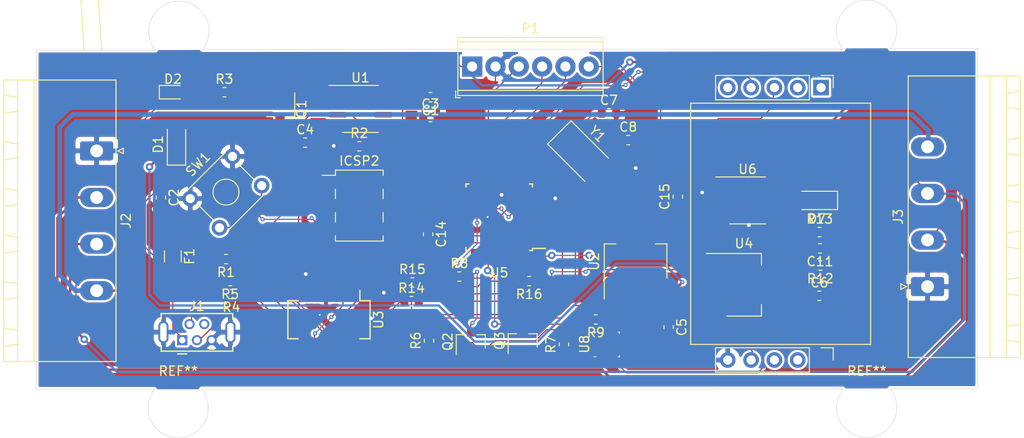
<source format=kicad_pcb>
(kicad_pcb (version 20171130) (host pcbnew "(5.1.5)-3")
  (layers (0 F.Cu signal) (31 B.Cu signal) (34 B.Paste user hide) (35 F.Paste user hide) (36 B.SilkS user hide) (37 F.SilkS user hide) (38 B.Mask user hide) (39 F.Mask user hide) (44 Edge.Cuts user))
  (net 0 "")
  (net 1 5V_LDO)
  (net 2 GND)
  (net 3 Vin)
  (net 4 3V3_LDO)
  (net 5 "Net-(C7-Pad1)")
  (net 6 "Net-(C8-Pad1)")
  (net 7 "Net-(C11-Pad2)")
  (net 8 /atmega328p/AREF)
  (net 9 12V_BUS)
  (net 10 "Net-(D2-Pad2)")
  (net 11 /atmega328p/328P_RESET)
  (net 12 USBVCC)
  (net 13 "Net-(F1-Pad2)")
  (net 14 328P_ICSP_MISO)
  (net 15 328P_ICSP_SCK)
  (net 16 328P_ICSP_MOSI)
  (net 17 "Net-(J1-Pad2)")
  (net 18 "Net-(J1-Pad3)")
  (net 19 "Net-(J1-Pad4)")
  (net 20 /MODBUS_A-)
  (net 21 /MODBUS_B+)
  (net 22 /atmega328p/ARD_DIG8)
  (net 23 /atmega328p/ARD_DIG7)
  (net 24 /atmega328p/ARD_DIG6)
  (net 25 /atmega328p/ARD_AN0)
  (net 26 "Net-(Q1-Pad1)")
  (net 27 /ARD_SCL_3V3)
  (net 28 /ARD_SCL)
  (net 29 /ARD_SDA)
  (net 30 /ARD_SDA_3V3)
  (net 31 "Net-(R1-Pad1)")
  (net 32 /USB_D+)
  (net 33 /USB_D-)
  (net 34 /ard_rx)
  (net 35 /atmega328p/ARD_DIG0)
  (net 36 /ard_tx)
  (net 37 /atmega328p/ARD_DIG1)
  (net 38 /ard_DTR)
  (net 39 "Net-(U3-Pad2)")
  (net 40 "Net-(U3-Pad13)")
  (net 41 "Net-(U3-Pad5)")
  (net 42 "Net-(U3-Pad7)")
  (net 43 "Net-(U3-Pad8)")
  (net 44 "Net-(U3-Pad9)")
  (net 45 "Net-(U3-Pad10)")
  (net 46 "Net-(U3-Pad17)")
  (net 47 "Net-(U3-Pad18)")
  (net 48 "Net-(U3-Pad19)")
  (net 49 /ARD_RX1)
  (net 50 /ARD_TX1)
  (net 51 /ARD_RX2)
  (net 52 /ARD_TX2)
  (net 53 /atmega328p/ARD_DIG9)
  (net 54 /atmega328p/ARD_DIG10/SPI_SS)
  (net 55 /atmega328p/ARD_AN1)
  (net 56 /atmega328p/ARD_AN2)
  (net 57 /atmega328p/ARD_AN3)
  (net 58 "Net-(U7-Pad3)")
  (net 59 "Net-(U7-Pad4)")
  (net 60 "Net-(U7-Pad5)")
  (net 61 "Net-(U7-Pad9)")
  (net 62 "Net-(U7-Pad8)")
  (module MountingHole:MountingHole_3mm (layer F.Cu) (at 113 129)
    (fp_text reference REF** (at 0 -4) (layer F.SilkS))
    (fp_text value MountingHole_3mm)
    (pad 1 np_thru_hole circle (at 0 0) (size 3 3) (drill 3) (layers *.Cu *.Mask))
  )
  (module MountingHole:MountingHole_3mm (layer F.Cu) (at 188 129)
    (fp_text reference REF** (at 0 -4) (layer F.SilkS))
    (fp_text value MountingHole_3mm)
    (pad 1 np_thru_hole circle (at 0 0) (size 3 3) (drill 3) (layers *.Cu *.Mask))
  )
  (module MountingHole:MountingHole_3mm (layer F.Cu) (at 188 87.884)
    (fp_text reference REF** (at 0 -4) (layer F.SilkS))
    (fp_text value MountingHole_3mm)
    (pad 1 np_thru_hole circle (at 0 0) (size 3 3) (drill 3) (layers *.Cu *.Mask))
  )
  (module MountingHole:MountingHole_3mm (layer F.Cu) (at 113 87.884)
    (fp_text reference REF** (at 0 -4) (layer F.SilkS))
    (fp_text value MountingHole_3mm)
    (pad 1 np_thru_hole circle (at 0 0) (size 3 3) (drill 3) (layers *.Cu *.Mask))
  )
  (module Capacitor_SMD:C_0603_1608Metric (layer F.Cu) (at 140.455 95.151 180)
    (fp_text reference C1 (at 0 -1.43) (layer F.SilkS))
    (fp_text value "0.1 uF")
    (pad 2 smd roundrect (at 0.7875 0 180) (size 0.875 0.95) (layers F.Cu F.Paste F.Mask) (net 1 5V_LDO))
    (pad 1 smd roundrect (at -0.7875 0 180) (size 0.875 0.95) (layers F.Cu F.Paste F.Mask) (net 2 GND))
  )
  (module Capacitor_SMD:C_0603_1608Metric (layer F.Cu) (at 111.1 106.0875 270)
    (fp_text reference C2 (at 0 -1.43 90) (layer F.SilkS))
    (fp_text value 47uF)
    (pad 2 smd roundrect (at 0.7875 0 270) (size 0.875 0.95) (layers F.Cu F.Paste F.Mask) (net 2 GND))
    (pad 1 smd roundrect (at -0.7875 0 270) (size 0.875 0.95) (layers F.Cu F.Paste F.Mask) (net 3 Vin))
  )
  (module Capacitor_SMD:C_0603_1608Metric (layer F.Cu) (at 140.455 97.31)
    (fp_text reference C3 (at 0 -1.43) (layer F.SilkS))
    (fp_text value 1uF)
    (pad 1 smd roundrect (at -0.7875 0) (size 0.875 0.95) (layers F.Cu F.Paste F.Mask) (net 1 5V_LDO))
    (pad 2 smd roundrect (at 0.7875 0) (size 0.875 0.95) (layers F.Cu F.Paste F.Mask) (net 2 GND))
  )
  (module Capacitor_SMD:C_0603_1608Metric (layer F.Cu) (at 126.8125 100.1)
    (fp_text reference C4 (at 0 -1.43) (layer F.SilkS))
    (fp_text value 47uF)
    (pad 2 smd roundrect (at 0.7875 0) (size 0.875 0.95) (layers F.Cu F.Paste F.Mask) (net 2 GND))
    (pad 1 smd roundrect (at -0.7875 0) (size 0.875 0.95) (layers F.Cu F.Paste F.Mask) (net 1 5V_LDO))
  )
  (module Capacitor_SMD:C_0603_1608Metric (layer F.Cu) (at 166.4 120.2125 270)
    (fp_text reference C5 (at 0 -1.43 90) (layer F.SilkS))
    (fp_text value "0.1 uF")
    (pad 1 smd roundrect (at -0.7875 0 270) (size 0.875 0.95) (layers F.Cu F.Paste F.Mask) (net 1 5V_LDO))
    (pad 2 smd roundrect (at 0.7875 0 270) (size 0.875 0.95) (layers F.Cu F.Paste F.Mask) (net 2 GND))
  )
  (module Capacitor_SMD:C_0603_1608Metric (layer F.Cu) (at 182.8125 116.8)
    (fp_text reference C6 (at 0 -1.43) (layer F.SilkS))
    (fp_text value 4.7uF)
    (pad 1 smd roundrect (at -0.7875 0) (size 0.875 0.95) (layers F.Cu F.Paste F.Mask) (net 4 3V3_LDO))
    (pad 2 smd roundrect (at 0.7875 0) (size 0.875 0.95) (layers F.Cu F.Paste F.Mask) (net 2 GND))
  )
  (module Capacitor_SMD:C_0603_1608Metric (layer F.Cu) (at 159.8986 96.9036)
    (fp_text reference C7 (at 0 -1.43) (layer F.SilkS))
    (fp_text value 18pF)
    (pad 2 smd roundrect (at 0.7875 0) (size 0.875 0.95) (layers F.Cu F.Paste F.Mask) (net 2 GND))
    (pad 1 smd roundrect (at -0.7875 0) (size 0.875 0.95) (layers F.Cu F.Paste F.Mask) (net 5 "Net-(C7-Pad1)"))
  )
  (module Capacitor_SMD:C_0603_1608Metric (layer F.Cu) (at 161.9941 99.8246)
    (fp_text reference C8 (at 0 -1.43) (layer F.SilkS))
    (fp_text value 18pF)
    (pad 1 smd roundrect (at -0.7875 0) (size 0.875 0.95) (layers F.Cu F.Paste F.Mask) (net 6 "Net-(C8-Pad1)"))
    (pad 2 smd roundrect (at 0.7875 0) (size 0.875 0.95) (layers F.Cu F.Paste F.Mask) (net 2 GND))
  )
  (module Capacitor_SMD:C_0603_1608Metric (layer F.Cu) (at 182.8875 111.633 180)
    (fp_text reference C11 (at 0 -1.43) (layer F.SilkS))
    (fp_text value "0.1 uF")
    (pad 1 smd roundrect (at -0.7875 0 180) (size 0.875 0.95) (layers F.Cu F.Paste F.Mask) (net 38 /ard_DTR))
    (pad 2 smd roundrect (at 0.7875 0 180) (size 0.875 0.95) (layers F.Cu F.Paste F.Mask) (net 7 "Net-(C11-Pad2)"))
  )
  (module Capacitor_SMD:C_0603_1608Metric (layer F.Cu) (at 140.2 110.0875 270)
    (fp_text reference C14 (at 0 -1.43 90) (layer F.SilkS))
    (fp_text value "0.1 uF")
    (pad 1 smd roundrect (at -0.7875 0 270) (size 0.875 0.95) (layers F.Cu F.Paste F.Mask) (net 8 /atmega328p/AREF))
    (pad 2 smd roundrect (at 0.7875 0 270) (size 0.875 0.95) (layers F.Cu F.Paste F.Mask) (net 2 GND))
  )
  (module Capacitor_SMD:C_0603_1608Metric (layer F.Cu) (at 167.4 105.9875 90)
    (fp_text reference C15 (at 0 -1.43 90) (layer F.SilkS))
    (fp_text value "0.1 uF")
    (pad 2 smd roundrect (at 0.7875 0 90) (size 0.875 0.95) (layers F.Cu F.Paste F.Mask) (net 2 GND))
    (pad 1 smd roundrect (at -0.7875 0 90) (size 0.875 0.95) (layers F.Cu F.Paste F.Mask) (net 1 5V_LDO))
  )
  (module Diode_SMD:D_SOD-123 (layer F.Cu) (at 112.8 100.3 90)
    (fp_text reference D1 (at 0 -2 90) (layer F.SilkS))
    (fp_text value DIODE)
    (pad 1 smd rect (at -1.65 0 90) (size 0.9 1.2) (layers F.Cu F.Paste F.Mask) (net 3 Vin))
    (pad 2 smd rect (at 1.65 0 90) (size 0.9 1.2) (layers F.Cu F.Paste F.Mask) (net 9 12V_BUS))
  )
  (module LED_SMD:LED_0603_1608Metric (layer F.Cu) (at 112.4125 94.6)
    (fp_text reference D2 (at 0 -1.43) (layer F.SilkS))
    (fp_text value LED)
    (pad 1 smd roundrect (at -0.7875 0) (size 0.875 0.95) (layers F.Cu F.Paste F.Mask) (net 2 GND))
    (pad 2 smd roundrect (at 0.7875 0) (size 0.875 0.95) (layers F.Cu F.Paste F.Mask) (net 10 "Net-(D2-Pad2)"))
  )
  (module Diode_SMD:D_SOD-123 (layer F.Cu) (at 182.55 106.4 180)
    (fp_text reference D7 (at 0 -2) (layer F.SilkS))
    (fp_text value 1N4148W-7-F)
    (pad 2 smd rect (at 1.65 0 180) (size 0.9 1.2) (layers F.Cu F.Paste F.Mask) (net 1 5V_LDO))
    (pad 1 smd rect (at -1.65 0 180) (size 0.9 1.2) (layers F.Cu F.Paste F.Mask) (net 11 /atmega328p/328P_RESET))
  )
  (module Fuse:Fuse_1206_3216Metric (layer F.Cu) (at 112.4 112.5 270)
    (fp_text reference F1 (at 0 -1.82 90) (layer F.SilkS))
    (fp_text value Polyfuse)
    (pad 1 smd roundrect (at -1.4 0 270) (size 1.25 1.75) (layers F.Cu F.Paste F.Mask) (roundrect_rratio 0.2) (net 12 USBVCC))
    (pad 2 smd roundrect (at 1.4 0 270) (size 1.25 1.75) (layers F.Cu F.Paste F.Mask) (roundrect_rratio 0.2) (net 13 "Net-(F1-Pad2)"))
  )
  (module Connector_PinHeader_2.54mm:PinHeader_2x03_P2.54mm_Vertical_SMD (layer F.Cu) (at 132.708 106.962)
    (fp_text reference ICSP2 (at 0 -4.87) (layer F.SilkS))
    (fp_text value M20-9980346)
    (pad 1 smd rect (at -2.525 -2.54) (size 3.15 1) (layers F.Cu F.Paste F.Mask) (net 14 328P_ICSP_MISO))
    (pad 2 smd rect (at 2.525 -2.54) (size 3.15 1) (layers F.Cu F.Paste F.Mask) (net 1 5V_LDO))
    (pad 3 smd rect (at -2.525 0) (size 3.15 1) (layers F.Cu F.Paste F.Mask) (net 15 328P_ICSP_SCK))
    (pad 4 smd rect (at 2.525 0) (size 3.15 1) (layers F.Cu F.Paste F.Mask) (net 16 328P_ICSP_MOSI))
    (pad 5 smd rect (at -2.525 2.54) (size 3.15 1) (layers F.Cu F.Paste F.Mask) (net 11 /atmega328p/328P_RESET))
    (pad 6 smd rect (at 2.525 2.54) (size 3.15 1) (layers F.Cu F.Paste F.Mask) (net 2 GND))
  )
  (module Connector_Phoenix_MSTB:PhoenixContact_MSTB_2,5_4-GF-5,08_1x04_P5.08mm_Horizontal_ThreadedFlange (layer F.Cu) (at 104.1 101 270)
    (fp_text reference J2 (at 7.62 -3.2 90) (layer F.SilkS))
    (fp_text value "INPUT CONNECTOR")
    (pad 4 thru_hole oval (at 15.24 0 270) (size 2.08 3.6) (drill 1.4) (layers *.Cu *.Mask) (net 9 12V_BUS))
    (pad 3 thru_hole oval (at 10.16 0 270) (size 2.08 3.6) (drill 1.4) (layers *.Cu *.Mask) (net 20 /MODBUS_A-))
    (pad 2 thru_hole oval (at 5.08 0 270) (size 2.08 3.6) (drill 1.4) (layers *.Cu *.Mask) (net 21 /MODBUS_B+))
    (pad 1 thru_hole roundrect (at 0 0 270) (size 2.08 3.6) (drill 1.4) (layers *.Cu *.Mask) (roundrect_rratio 0.120192) (net 2 GND))
  )
  (module Connector_Phoenix_MSTB:PhoenixContact_MSTB_2,5_4-GF-5,08_1x04_P5.08mm_Horizontal_ThreadedFlange (layer F.Cu) (at 194.6 115.8 90)
    (fp_text reference J3 (at 7.62 -3.2 90) (layer F.SilkS))
    (fp_text value OUTPUT_CONNECTOR)
    (pad 1 thru_hole roundrect (at 0 0 90) (size 2.08 3.6) (drill 1.4) (layers *.Cu *.Mask) (roundrect_rratio 0.120192) (net 2 GND))
    (pad 2 thru_hole oval (at 5.08 0 90) (size 2.08 3.6) (drill 1.4) (layers *.Cu *.Mask) (net 21 /MODBUS_B+))
    (pad 3 thru_hole oval (at 10.16 0 90) (size 2.08 3.6) (drill 1.4) (layers *.Cu *.Mask) (net 20 /MODBUS_A-))
    (pad 4 thru_hole oval (at 15.24 0 90) (size 2.08 3.6) (drill 1.4) (layers *.Cu *.Mask) (net 9 12V_BUS))
  )
  (module TerminalBlock_Phoenix:TerminalBlock_Phoenix_MPT-0,5-6-2.54_1x06_P2.54mm_Horizontal (layer F.Cu) (at 145 91.8)
    (fp_text reference P1 (at 6.35 -4.16) (layer F.SilkS))
    (fp_text value BREAKOUTS)
    (pad 1 thru_hole rect (at 0 0) (size 2.2 2.2) (drill 1.1) (layers *.Cu *.Mask) (net 1 5V_LDO))
    (pad 2 thru_hole circle (at 2.54 0) (size 2.2 2.2) (drill 1.1) (layers *.Cu *.Mask) (net 2 GND))
    (pad 3 thru_hole circle (at 5.08 0) (size 2.2 2.2) (drill 1.1) (layers *.Cu *.Mask) (net 22 /atmega328p/ARD_DIG8))
    (pad 4 thru_hole circle (at 7.62 0) (size 2.2 2.2) (drill 1.1) (layers *.Cu *.Mask) (net 23 /atmega328p/ARD_DIG7))
    (pad 5 thru_hole circle (at 10.16 0) (size 2.2 2.2) (drill 1.1) (layers *.Cu *.Mask) (net 24 /atmega328p/ARD_DIG6))
    (pad 6 thru_hole circle (at 12.7 0) (size 2.2 2.2) (drill 1.1) (layers *.Cu *.Mask) (net 25 /atmega328p/ARD_AN0))
  )
  (module Package_TO_SOT_SMD:SuperSOT-3 (layer F.Cu) (at 124.072 96.421 270)
    (fp_text reference Q1 (at 0 -2.35 90) (layer F.SilkS))
    (fp_text value FDN340P)
    (pad 1 smd rect (at -1.1 -0.95 270) (size 1.4 1) (layers F.Cu F.Paste F.Mask) (net 26 "Net-(Q1-Pad1)"))
    (pad 2 smd rect (at -1.1 0.95 270) (size 1.4 1) (layers F.Cu F.Paste F.Mask) (net 1 5V_LDO))
    (pad 3 smd rect (at 1.1 0 270) (size 1.4 1) (layers F.Cu F.Paste F.Mask) (net 12 USBVCC))
  )
  (module Package_TO_SOT_SMD:SOT-23 (layer F.Cu) (at 144.85 121.8 90)
    (fp_text reference Q2 (at 0 -2.5 90) (layer F.SilkS))
    (fp_text value BSS138)
    (pad 1 smd rect (at -1 -0.95 90) (size 0.9 0.8) (layers F.Cu F.Paste F.Mask) (net 4 3V3_LDO))
    (pad 2 smd rect (at -1 0.95 90) (size 0.9 0.8) (layers F.Cu F.Paste F.Mask) (net 27 /ARD_SCL_3V3))
    (pad 3 smd rect (at 1 0 90) (size 0.9 0.8) (layers F.Cu F.Paste F.Mask) (net 28 /ARD_SCL))
  )
  (module Package_TO_SOT_SMD:SOT-23 (layer F.Cu) (at 150.5 121.7 90)
    (fp_text reference Q3 (at 0 -2.5 90) (layer F.SilkS))
    (fp_text value BSS138)
    (pad 3 smd rect (at 1 0 90) (size 0.9 0.8) (layers F.Cu F.Paste F.Mask) (net 29 /ARD_SDA))
    (pad 2 smd rect (at -1 0.95 90) (size 0.9 0.8) (layers F.Cu F.Paste F.Mask) (net 30 /ARD_SDA_3V3))
    (pad 1 smd rect (at -1 -0.95 90) (size 0.9 0.8) (layers F.Cu F.Paste F.Mask) (net 4 3V3_LDO))
  )
  (module Resistor_SMD:R_0603_1608Metric (layer F.Cu) (at 118.1875 112.8 180)
    (fp_text reference R1 (at 0 -1.43) (layer F.SilkS))
    (fp_text value 10K)
    (pad 2 smd roundrect (at 0.7875 0 180) (size 0.875 0.95) (layers F.Cu F.Paste F.Mask) (net 3 Vin))
    (pad 1 smd roundrect (at -0.7875 0 180) (size 0.875 0.95) (layers F.Cu F.Paste F.Mask) (net 31 "Net-(R1-Pad1)"))
  )
  (module Resistor_SMD:R_0603_1608Metric (layer F.Cu) (at 132.7125 100.5)
    (fp_text reference R2 (at 0 -1.43) (layer F.SilkS))
    (fp_text value 10K)
    (pad 2 smd roundrect (at 0.7875 0) (size 0.875 0.95) (layers F.Cu F.Paste F.Mask) (net 31 "Net-(R1-Pad1)"))
    (pad 1 smd roundrect (at -0.7875 0) (size 0.875 0.95) (layers F.Cu F.Paste F.Mask) (net 2 GND))
  )
  (module Resistor_SMD:R_0603_1608Metric (layer F.Cu) (at 118.0125 94.6)
    (fp_text reference R3 (at 0 -1.43) (layer F.SilkS))
    (fp_text value 510)
    (pad 2 smd roundrect (at 0.7875 0) (size 0.875 0.95) (layers F.Cu F.Paste F.Mask) (net 1 5V_LDO))
    (pad 1 smd roundrect (at -0.7875 0) (size 0.875 0.95) (layers F.Cu F.Paste F.Mask) (net 10 "Net-(D2-Pad2)"))
  )
  (module Resistor_SMD:R_0603_1608Metric (layer F.Cu) (at 118.7705 116.614 180)
    (fp_text reference R4 (at 0 -1.43) (layer F.SilkS))
    (fp_text value 27R)
    (pad 1 smd roundrect (at -0.7875 0 180) (size 0.875 0.95) (layers F.Cu F.Paste F.Mask) (net 32 /USB_D+))
    (pad 2 smd roundrect (at 0.7875 0 180) (size 0.875 0.95) (layers F.Cu F.Paste F.Mask) (net 18 "Net-(J1-Pad3)"))
  )
  (module Resistor_SMD:R_0603_1608Metric (layer F.Cu) (at 118.6435 115.189 180)
    (fp_text reference R5 (at 0 -1.43) (layer F.SilkS))
    (fp_text value 27R)
    (pad 2 smd roundrect (at 0.7875 0 180) (size 0.875 0.95) (layers F.Cu F.Paste F.Mask) (net 17 "Net-(J1-Pad2)"))
    (pad 1 smd roundrect (at -0.7875 0 180) (size 0.875 0.95) (layers F.Cu F.Paste F.Mask) (net 33 /USB_D-))
  )
  (module Resistor_SMD:R_0603_1608Metric (layer F.Cu) (at 140.3 121.6875 90)
    (fp_text reference R6 (at 0 -1.43 90) (layer F.SilkS))
    (fp_text value 10K)
    (pad 2 smd roundrect (at 0.7875 0 90) (size 0.875 0.95) (layers F.Cu F.Paste F.Mask) (net 27 /ARD_SCL_3V3))
    (pad 1 smd roundrect (at -0.7875 0 90) (size 0.875 0.95) (layers F.Cu F.Paste F.Mask) (net 4 3V3_LDO))
  )
  (module Resistor_SMD:R_0603_1608Metric (layer F.Cu) (at 155 122.1 90)
    (fp_text reference R7 (at 0 -1.43 90) (layer F.SilkS))
    (fp_text value 10K)
    (pad 2 smd roundrect (at 0.7875 0 90) (size 0.875 0.95) (layers F.Cu F.Paste F.Mask) (net 30 /ARD_SDA_3V3))
    (pad 1 smd roundrect (at -0.7875 0 90) (size 0.875 0.95) (layers F.Cu F.Paste F.Mask) (net 4 3V3_LDO))
  )
  (module Resistor_SMD:R_0603_1608Metric (layer F.Cu) (at 143.6125 114.7)
    (fp_text reference R8 (at 0 -1.43) (layer F.SilkS))
    (fp_text value 10K)
    (pad 1 smd roundrect (at -0.7875 0) (size 0.875 0.95) (layers F.Cu F.Paste F.Mask) (net 1 5V_LDO))
    (pad 2 smd roundrect (at 0.7875 0) (size 0.875 0.95) (layers F.Cu F.Paste F.Mask) (net 28 /ARD_SCL))
  )
  (module Resistor_SMD:R_0603_1608Metric (layer F.Cu) (at 158.4705 119.38 180)
    (fp_text reference R9 (at 0 -1.43) (layer F.SilkS))
    (fp_text value 10K)
    (pad 1 smd roundrect (at -0.7875 0 180) (size 0.875 0.95) (layers F.Cu F.Paste F.Mask) (net 1 5V_LDO))
    (pad 2 smd roundrect (at 0.7875 0 180) (size 0.875 0.95) (layers F.Cu F.Paste F.Mask) (net 29 /ARD_SDA))
  )
  (module Resistor_SMD:R_0603_1608Metric (layer F.Cu) (at 182.9125 113.5 180)
    (fp_text reference R12 (at 0 -1.43) (layer F.SilkS))
    (fp_text value 1K)
    (pad 1 smd roundrect (at -0.7875 0 180) (size 0.875 0.95) (layers F.Cu F.Paste F.Mask) (net 38 /ard_DTR))
    (pad 2 smd roundrect (at 0.7875 0 180) (size 0.875 0.95) (layers F.Cu F.Paste F.Mask) (net 2 GND))
  )
  (module Resistor_SMD:R_0603_1608Metric (layer F.Cu) (at 182.8545 109.855)
    (fp_text reference R13 (at 0 -1.43) (layer F.SilkS))
    (fp_text value 0)
    (pad 1 smd roundrect (at -0.7875 0) (size 0.875 0.95) (layers F.Cu F.Paste F.Mask) (net 7 "Net-(C11-Pad2)"))
    (pad 2 smd roundrect (at 0.7875 0) (size 0.875 0.95) (layers F.Cu F.Paste F.Mask) (net 11 /atmega328p/328P_RESET))
  )
  (module Resistor_SMD:R_0603_1608Metric (layer F.Cu) (at 138.3975 117.3887)
    (fp_text reference R14 (at 0 -1.43) (layer F.SilkS))
    (fp_text value 1K)
    (pad 1 smd roundrect (at -0.7875 0) (size 0.875 0.95) (layers F.Cu F.Paste F.Mask) (net 34 /ard_rx))
    (pad 2 smd roundrect (at 0.7875 0) (size 0.875 0.95) (layers F.Cu F.Paste F.Mask) (net 35 /atmega328p/ARD_DIG0))
  )
  (module Resistor_SMD:R_0603_1608Metric (layer F.Cu) (at 138.4864 115.344)
    (fp_text reference R15 (at 0 -1.43) (layer F.SilkS))
    (fp_text value 1K)
    (pad 1 smd roundrect (at -0.7875 0) (size 0.875 0.95) (layers F.Cu F.Paste F.Mask) (net 36 /ard_tx))
    (pad 2 smd roundrect (at 0.7875 0) (size 0.875 0.95) (layers F.Cu F.Paste F.Mask) (net 37 /atmega328p/ARD_DIG1))
  )
  (module Resistor_SMD:R_0603_1608Metric (layer F.Cu) (at 151.2125 115.2 180)
    (fp_text reference R16 (at 0 -1.43) (layer F.SilkS))
    (fp_text value 10K)
    (pad 2 smd roundrect (at 0.7875 0 180) (size 0.875 0.95) (layers F.Cu F.Paste F.Mask) (net 1 5V_LDO))
    (pad 1 smd roundrect (at -0.7875 0 180) (size 0.875 0.95) (layers F.Cu F.Paste F.Mask) (net 11 /atmega328p/328P_RESET))
  )
  (module Button_Switch_THT:SW_TH_Tactile_Omron_B3F-10xx (layer F.Cu) (at 114.3 106.2 45)
    (fp_text reference SW1 (at 3.25 -2.05 45) (layer F.SilkS))
    (fp_text value RESET_SWITCH)
    (pad 4 thru_hole circle (at 6.5 4.5 45) (size 1.7 1.7) (drill 1) (layers *.Cu *.Mask) (net 11 /atmega328p/328P_RESET))
    (pad 3 thru_hole circle (at 0 4.5 45) (size 1.7 1.7) (drill 1) (layers *.Cu *.Mask) (net 11 /atmega328p/328P_RESET))
    (pad 2 thru_hole circle (at 6.5 0 45) (size 1.7 1.7) (drill 1) (layers *.Cu *.Mask) (net 2 GND))
    (pad 1 thru_hole circle (at 0 0 45) (size 1.7 1.7) (drill 1) (layers *.Cu *.Mask) (net 2 GND))
  )
  (module Package_SO:SOIC-8_3.9x4.9mm_P1.27mm (layer F.Cu) (at 132.835 96.421)
    (fp_text reference U1 (at 0 -3.4) (layer F.SilkS))
    (fp_text value LMV358IDGKR)
    (pad 8 smd roundrect (at 2.475 -1.905) (size 1.95 0.6) (layers F.Cu F.Paste F.Mask) (net 1 5V_LDO))
    (pad 7 smd roundrect (at 2.475 -0.635) (size 1.95 0.6) (layers F.Cu F.Paste F.Mask))
    (pad 6 smd roundrect (at 2.475 0.635) (size 1.95 0.6) (layers F.Cu F.Paste F.Mask))
    (pad 5 smd roundrect (at 2.475 1.905) (size 1.95 0.6) (layers F.Cu F.Paste F.Mask))
    (pad 4 smd roundrect (at -2.475 1.905) (size 1.95 0.6) (layers F.Cu F.Paste F.Mask) (net 2 GND))
    (pad 3 smd roundrect (at -2.475 0.635) (size 1.95 0.6) (layers F.Cu F.Paste F.Mask) (net 31 "Net-(R1-Pad1)"))
    (pad 2 smd roundrect (at -2.475 -0.635) (size 1.95 0.6) (layers F.Cu F.Paste F.Mask) (net 4 3V3_LDO))
    (pad 1 smd roundrect (at -2.475 -1.905) (size 1.95 0.6) (layers F.Cu F.Paste F.Mask) (net 26 "Net-(Q1-Pad1)"))
  )
  (module Package_TO_SOT_SMD:SOT-223-3_TabPin2 (layer F.Cu) (at 162.8 113.05 90)
    (fp_text reference U2 (at 0 -4.5 90) (layer F.SilkS))
    (fp_text value LD1117S50TR)
    (pad 2 smd rect (at 3.15 0 90) (size 2 3.8) (layers F.Cu F.Paste F.Mask) (net 1 5V_LDO))
    (pad 2 smd rect (at -3.15 0 90) (size 2 1.5) (layers F.Cu F.Paste F.Mask) (net 1 5V_LDO))
    (pad 3 smd rect (at -3.15 2.3 90) (size 2 1.5) (layers F.Cu F.Paste F.Mask) (net 3 Vin))
    (pad 1 smd rect (at -3.15 -2.3 90) (size 2 1.5) (layers F.Cu F.Paste F.Mask) (net 2 GND))
  )
  (module Package_SO:SSOP-20_3.9x8.7mm_P0.635mm (layer F.Cu) (at 129.406 119.408 270)
    (fp_text reference U3 (at 0 -5.4 90) (layer F.SilkS))
    (fp_text value FT231XS)
    (pad 1 smd rect (at -2.6 -2.8575 270) (size 1.2 0.4) (layers F.Cu F.Paste F.Mask) (net 38 /ard_DTR))
    (pad 2 smd rect (at -2.6 -2.2225 270) (size 1.2 0.4) (layers F.Cu F.Paste F.Mask) (net 39 "Net-(U3-Pad2)"))
    (pad 3 smd rect (at -2.6 -1.5875 270) (size 1.2 0.4) (layers F.Cu F.Paste F.Mask) (net 40 "Net-(U3-Pad13)"))
    (pad 4 smd rect (at -2.6 -0.9525 270) (size 1.2 0.4) (layers F.Cu F.Paste F.Mask) (net 36 /ard_tx))
    (pad 5 smd rect (at -2.6 -0.3175 270) (size 1.2 0.4) (layers F.Cu F.Paste F.Mask) (net 41 "Net-(U3-Pad5)"))
    (pad 6 smd rect (at -2.6 0.3175 270) (size 1.2 0.4) (layers F.Cu F.Paste F.Mask) (net 2 GND))
    (pad 7 smd rect (at -2.6 0.9525 270) (size 1.2 0.4) (layers F.Cu F.Paste F.Mask) (net 42 "Net-(U3-Pad7)"))
    (pad 8 smd rect (at -2.6 1.5875 270) (size 1.2 0.4) (layers F.Cu F.Paste F.Mask) (net 43 "Net-(U3-Pad8)"))
    (pad 9 smd rect (at -2.6 2.2225 270) (size 1.2 0.4) (layers F.Cu F.Paste F.Mask) (net 44 "Net-(U3-Pad9)"))
    (pad 10 smd rect (at -2.6 2.8575 270) (size 1.2 0.4) (layers F.Cu F.Paste F.Mask) (net 45 "Net-(U3-Pad10)"))
    (pad 11 smd rect (at 2.6 2.8575 270) (size 1.2 0.4) (layers F.Cu F.Paste F.Mask) (net 32 /USB_D+))
    (pad 12 smd rect (at 2.6 2.2225 270) (size 1.2 0.4) (layers F.Cu F.Paste F.Mask) (net 33 /USB_D-))
    (pad 13 smd rect (at 2.6 1.5875 270) (size 1.2 0.4) (layers F.Cu F.Paste F.Mask) (net 40 "Net-(U3-Pad13)"))
    (pad 14 smd rect (at 2.6 0.9525 270) (size 1.2 0.4) (layers F.Cu F.Paste F.Mask) (net 40 "Net-(U3-Pad13)"))
    (pad 15 smd rect (at 2.6 0.3175 270) (size 1.2 0.4) (layers F.Cu F.Paste F.Mask) (net 1 5V_LDO))
    (pad 16 smd rect (at 2.6 -0.3175 270) (size 1.2 0.4) (layers F.Cu F.Paste F.Mask) (net 2 GND))
    (pad 17 smd rect (at 2.6 -0.9525 270) (size 1.2 0.4) (layers F.Cu F.Paste F.Mask) (net 46 "Net-(U3-Pad17)"))
    (pad 18 smd rect (at 2.6 -1.5875 270) (size 1.2 0.4) (layers F.Cu F.Paste F.Mask) (net 47 "Net-(U3-Pad18)"))
    (pad 19 smd rect (at 2.6 -2.2225 270) (size 1.2 0.4) (layers F.Cu F.Paste F.Mask) (net 48 "Net-(U3-Pad19)"))
    (pad 20 smd rect (at 2.6 -2.8575 270) (size 1.2 0.4) (layers F.Cu F.Paste F.Mask) (net 34 /ard_rx))
  )
  (module Package_TO_SOT_SMD:SOT-223-3_TabPin2 (layer F.Cu) (at 174.6 115.6)
    (fp_text reference U4 (at 0 -4.5) (layer F.SilkS))
    (fp_text value LM1117-3.3)
    (pad 1 smd rect (at -3.15 -2.3) (size 2 1.5) (layers F.Cu F.Paste F.Mask) (net 2 GND))
    (pad 3 smd rect (at -3.15 2.3) (size 2 1.5) (layers F.Cu F.Paste F.Mask) (net 1 5V_LDO))
    (pad 2 smd rect (at -3.15 0) (size 2 1.5) (layers F.Cu F.Paste F.Mask) (net 4 3V3_LDO))
    (pad 2 smd rect (at 3.15 0) (size 2 3.8) (layers F.Cu F.Paste F.Mask) (net 4 3V3_LDO))
  )
  (module Package_QFP:TQFP-32_7x7mm_P0.8mm (layer F.Cu) (at 147.948 108.232 180)
    (fp_text reference U5 (at 0 -6.05) (layer F.SilkS))
    (fp_text value ATMEGA328P)
    (pad 1 smd rect (at -4.25 -2.8 180) (size 1.6 0.55) (layers F.Cu F.Paste F.Mask) (net 11 /atmega328p/328P_RESET))
    (pad 2 smd rect (at -4.25 -2 180) (size 1.6 0.55) (layers F.Cu F.Paste F.Mask) (net 35 /atmega328p/ARD_DIG0))
    (pad 3 smd rect (at -4.25 -1.2 180) (size 1.6 0.55) (layers F.Cu F.Paste F.Mask) (net 37 /atmega328p/ARD_DIG1))
    (pad 4 smd rect (at -4.25 -0.4 180) (size 1.6 0.55) (layers F.Cu F.Paste F.Mask) (net 49 /ARD_RX1))
    (pad 5 smd rect (at -4.25 0.4 180) (size 1.6 0.55) (layers F.Cu F.Paste F.Mask) (net 50 /ARD_TX1))
    (pad 6 smd rect (at -4.25 1.2 180) (size 1.6 0.55) (layers F.Cu F.Paste F.Mask) (net 51 /ARD_RX2))
    (pad 7 smd rect (at -4.25 2 180) (size 1.6 0.55) (layers F.Cu F.Paste F.Mask) (net 1 5V_LDO))
    (pad 8 smd rect (at -4.25 2.8 180) (size 1.6 0.55) (layers F.Cu F.Paste F.Mask) (net 2 GND))
    (pad 9 smd rect (at -2.8 4.25 270) (size 1.6 0.55) (layers F.Cu F.Paste F.Mask) (net 6 "Net-(C8-Pad1)"))
    (pad 10 smd rect (at -2 4.25 270) (size 1.6 0.55) (layers F.Cu F.Paste F.Mask) (net 5 "Net-(C7-Pad1)"))
    (pad 11 smd rect (at -1.2 4.25 270) (size 1.6 0.55) (layers F.Cu F.Paste F.Mask) (net 52 /ARD_TX2))
    (pad 12 smd rect (at -0.4 4.25 270) (size 1.6 0.55) (layers F.Cu F.Paste F.Mask) (net 24 /atmega328p/ARD_DIG6))
    (pad 13 smd rect (at 0.4 4.25 270) (size 1.6 0.55) (layers F.Cu F.Paste F.Mask) (net 23 /atmega328p/ARD_DIG7))
    (pad 14 smd rect (at 1.2 4.25 270) (size 1.6 0.55) (layers F.Cu F.Paste F.Mask) (net 22 /atmega328p/ARD_DIG8))
    (pad 15 smd rect (at 2 4.25 270) (size 1.6 0.55) (layers F.Cu F.Paste F.Mask) (net 53 /atmega328p/ARD_DIG9))
    (pad 16 smd rect (at 2.8 4.25 270) (size 1.6 0.55) (layers F.Cu F.Paste F.Mask) (net 54 /atmega328p/ARD_DIG10/SPI_SS))
    (pad 17 smd rect (at 4.25 2.8 180) (size 1.6 0.55) (layers F.Cu F.Paste F.Mask) (net 16 328P_ICSP_MOSI))
    (pad 18 smd rect (at 4.25 2 180) (size 1.6 0.55) (layers F.Cu F.Paste F.Mask) (net 14 328P_ICSP_MISO))
    (pad 19 smd rect (at 4.25 1.2 180) (size 1.6 0.55) (layers F.Cu F.Paste F.Mask) (net 15 328P_ICSP_SCK))
    (pad 20 smd rect (at 4.25 0.4 180) (size 1.6 0.55) (layers F.Cu F.Paste F.Mask) (net 1 5V_LDO))
    (pad 21 smd rect (at 4.25 -0.4 180) (size 1.6 0.55) (layers F.Cu F.Paste F.Mask) (net 8 /atmega328p/AREF))
    (pad 22 smd rect (at 4.25 -1.2 180) (size 1.6 0.55) (layers F.Cu F.Paste F.Mask) (net 2 GND))
    (pad 23 smd rect (at 4.25 -2 180) (size 1.6 0.55) (layers F.Cu F.Paste F.Mask) (net 25 /atmega328p/ARD_AN0))
    (pad 24 smd rect (at 4.25 -2.8 180) (size 1.6 0.55) (layers F.Cu F.Paste F.Mask) (net 55 /atmega328p/ARD_AN1))
    (pad 25 smd rect (at 2.8 -4.25 270) (size 1.6 0.55) (layers F.Cu F.Paste F.Mask) (net 56 /atmega328p/ARD_AN2))
    (pad 26 smd rect (at 2 -4.25 270) (size 1.6 0.55) (layers F.Cu F.Paste F.Mask) (net 57 /atmega328p/ARD_AN3))
    (pad 27 smd rect (at 1.2 -4.25 270) (size 1.6 0.55) (layers F.Cu F.Paste F.Mask) (net 29 /ARD_SDA))
    (pad 28 smd rect (at 0.4 -4.25 270) (size 1.6 0.55) (layers F.Cu F.Paste F.Mask) (net 28 /ARD_SCL))
    (pad 29 smd rect (at -0.4 -4.25 270) (size 1.6 0.55) (layers F.Cu F.Paste F.Mask))
    (pad 30 smd rect (at -1.2 -4.25 270) (size 1.6 0.55) (layers F.Cu F.Paste F.Mask))
    (pad 31 smd rect (at -2 -4.25 270) (size 1.6 0.55) (layers F.Cu F.Paste F.Mask))
    (pad 32 smd rect (at -2.8 -4.25 270) (size 1.6 0.55) (layers F.Cu F.Paste F.Mask))
  )
  (module Package_SO:SOIC-8_3.9x4.9mm_P1.27mm (layer F.Cu) (at 175 106.4)
    (fp_text reference U6 (at 0 -3.4) (layer F.SilkS))
    (fp_text value SP485EEN-L_TR)
    (pad 1 smd roundrect (at -2.475 -1.905) (size 1.95 0.6) (layers F.Cu F.Paste F.Mask) (net 49 /ARD_RX1))
    (pad 2 smd roundrect (at -2.475 -0.635) (size 1.95 0.6) (layers F.Cu F.Paste F.Mask) (net 2 GND))
    (pad 3 smd roundrect (at -2.475 0.635) (size 1.95 0.6) (layers F.Cu F.Paste F.Mask) (net 1 5V_LDO))
    (pad 4 smd roundrect (at -2.475 1.905) (size 1.95 0.6) (layers F.Cu F.Paste F.Mask) (net 50 /ARD_TX1))
    (pad 5 smd roundrect (at 2.475 1.905) (size 1.95 0.6) (layers F.Cu F.Paste F.Mask) (net 2 GND))
    (pad 6 smd roundrect (at 2.475 0.635) (size 1.95 0.6) (layers F.Cu F.Paste F.Mask) (net 20 /MODBUS_A-))
    (pad 7 smd roundrect (at 2.475 -0.635) (size 1.95 0.6) (layers F.Cu F.Paste F.Mask) (net 21 /MODBUS_B+))
    (pad 8 smd roundrect (at 2.475 -1.905) (size 1.95 0.6) (layers F.Cu F.Paste F.Mask) (net 1 5V_LDO))
  )
  (module Package_LGA:Bosch_LGA-8_2.5x2.5mm_P0.65mm_ClockwisePinNumbering (layer F.Cu) (at 159.7 122.1 90)
    (fp_text reference U8 (at 0.015 -2.465 90) (layer F.SilkS))
    (fp_text value BME280)
    (pad 4 smd rect (at 0.975 -1.025 180) (size 0.5 0.35) (layers F.Cu F.Paste F.Mask) (net 27 /ARD_SCL_3V3))
    (pad 3 smd rect (at 0.325 -1.025 180) (size 0.5 0.35) (layers F.Cu F.Paste F.Mask) (net 30 /ARD_SDA_3V3))
    (pad 2 smd rect (at -0.325 -1.025 180) (size 0.5 0.35) (layers F.Cu F.Paste F.Mask) (net 4 3V3_LDO))
    (pad 1 smd rect (at -0.975 -1.025 180) (size 0.5 0.35) (layers F.Cu F.Paste F.Mask) (net 2 GND))
    (pad 8 smd rect (at -0.975 1.025 180) (size 0.5 0.35) (layers F.Cu F.Paste F.Mask) (net 4 3V3_LDO))
    (pad 7 smd rect (at -0.325 1.025 180) (size 0.5 0.35) (layers F.Cu F.Paste F.Mask) (net 2 GND))
    (pad 6 smd rect (at 0.325 1.025 180) (size 0.5 0.35) (layers F.Cu F.Paste F.Mask) (net 4 3V3_LDO))
    (pad 5 smd rect (at 0.975 1.025 180) (size 0.5 0.35) (layers F.Cu F.Paste F.Mask) (net 2 GND))
  )
  (module Crystal:Crystal_SMD_5032-2Pin_5.0x3.2mm (layer F.Cu) (at 156.6475 101.1454 315)
    (fp_text reference Y1 (at 0 -2.8 135) (layer F.SilkS))
    (fp_text value Crystal)
    (pad 1 smd rect (at -1.85 0 315) (size 2 2.4) (layers F.Cu F.Paste F.Mask) (net 5 "Net-(C7-Pad1)"))
    (pad 2 smd rect (at 1.85 0 315) (size 2 2.4) (layers F.Cu F.Paste F.Mask) (net 6 "Net-(C8-Pad1)"))
  )
  (module kicad_footprints:senseair_s8_v3 (layer F.Cu) (at 170 111.1 90)
    (fp_text reference U7 hide)
    (fp_text value sensair_s8 hide)
    (pad 9 thru_hole rect (at 17 13 270) (size 1.7 1.7) (drill 1) (layers *.Cu *.Mask) (net 61 "Net-(U7-Pad9)"))
    (pad 8 thru_hole oval (at 17 10.46 270) (size 1.7 1.7) (drill 1) (layers *.Cu *.Mask) (net 62 "Net-(U7-Pad8)"))
    (pad 7 thru_hole oval (at 17 7.92 270) (size 1.7 1.7) (drill 1) (layers *.Cu *.Mask) (net 51 /ARD_RX2))
    (pad 6 thru_hole oval (at 17 5.38 270) (size 1.7 1.7) (drill 1) (layers *.Cu *.Mask) (net 52 /ARD_TX2))
    (pad 5 thru_hole oval (at 17 2.84 270) (size 1.7 1.7) (drill 1) (layers *.Cu *.Mask) (net 60 "Net-(U7-Pad5)"))
    (pad 4 thru_hole oval (at -12.7 10.46 270) (size 1.7 1.7) (drill 1) (layers *.Cu *.Mask) (net 59 "Net-(U7-Pad4)"))
    (pad 1 thru_hole oval (at -12.7 2.84 270) (size 1.7 1.7) (drill 1) (layers *.Cu *.Mask) (net 2 GND))
    (pad 3 thru_hole oval (at -12.7 7.92 270) (size 1.7 1.7) (drill 1) (layers *.Cu *.Mask) (net 58 "Net-(U7-Pad3)"))
    (pad 2 thru_hole oval (at -12.7 5.38 270) (size 1.7 1.7) (drill 1) (layers *.Cu *.Mask) (net 1 5V_LDO))
  )
  (module Connector_USB:USB_Mini-B_Tensility_54-00023_Vertical (layer F.Cu) (at 113.424 121.638)
    (fp_text reference J1 (at 1.6 -3.7) (layer F.SilkS))
    (fp_text value USB_B_Mini)
    (pad 1 thru_hole rect (at 0 0) (size 1.1 1.1) (drill 0.7) (layers *.Cu *.Mask) (net 13 "Net-(F1-Pad2)"))
    (pad 2 thru_hole circle (at 0.8 -1.75) (size 1.1 1.1) (drill 0.7) (layers *.Cu *.Mask) (net 17 "Net-(J1-Pad2)"))
    (pad 3 thru_hole circle (at 1.6 0) (size 1.1 1.1) (drill 0.7) (layers *.Cu *.Mask) (net 18 "Net-(J1-Pad3)"))
    (pad 4 thru_hole circle (at 2.4 -1.75) (size 1.1 1.1) (drill 0.7) (layers *.Cu *.Mask) (net 19 "Net-(J1-Pad4)"))
    (pad 5 thru_hole circle (at 3.2 0) (size 1.1 1.1) (drill 0.7) (layers *.Cu *.Mask) (net 2 GND))
    (pad 6 thru_hole oval (at -2.05 -0.875) (size 1.1 2.4) (drill oval 0.7 2) (layers *.Cu *.Mask) (net 2 GND))
    (pad 6 thru_hole oval (at 5.25 -0.875) (size 1.1 2.4) (drill oval 0.7 2) (layers *.Cu *.Mask) (net 2 GND))
  )
  (dimension 1.909229 (width 0.12) (layer F.SilkS) (gr_text "1.909 mm" (at 101.907198 63.154968 3.814074834) (layer F.SilkS) (effects (font (size 1 1) (thickness 0.15)))) (feature1 (pts (xy 104.648 89.916) (xy 102.905169 63.773533))) (feature2 (pts (xy 102.743 90.043) (xy 101.000169 63.900533))) (crossbar (pts (xy 101.039177 64.485655) (xy 102.944177 64.358655))) (arrow1a (pts (xy 102.944177 64.358655) (xy 101.859176 65.018711))) (arrow1b (pts (xy 102.944177 64.358655) (xy 101.78116 63.848467))) (arrow2a (pts (xy 101.039177 64.485655) (xy 102.202194 64.995843))) (arrow2b (pts (xy 101.039177 64.485655) (xy 102.124178 63.825599))))
  (gr_line (start 115.541438 126.960848) (end 185.38 126.96) (layer Edge.Cuts) (width 0.05))
  (gr_line (start 97.5 127.01) (end 110.38 127.01) (layer Edge.Cuts) (width 0.05))
  (gr_line (start 97.5 90) (end 97.5 127.01) (layer Edge.Cuts) (width 0.05))
  (gr_arc (start 112.979999 129.009999) (end 110.38 127.01) (angle -256.2284003) (layer Edge.Cuts) (width 0.05))
  (gr_line (start 200.08 126.91) (end 190.541438 126.910848) (layer Edge.Cuts) (width 0.05))
  (gr_line (start 200.08 89.85) (end 200.08 126.91) (layer Edge.Cuts) (width 0.05))
  (gr_arc (start 187.979999 128.959999) (end 185.38 126.96) (angle -256.2284003) (layer Edge.Cuts) (width 0.05))
  (gr_line (start 190.561438 89.850848) (end 200.08 89.85) (layer Edge.Cuts) (width 0.05))
  (gr_line (start 115.661438 89.950848) (end 185.4 89.9) (layer Edge.Cuts) (width 0.05))
  (gr_arc (start 187.961439 87.850849) (end 190.561438 89.850848) (angle -256.2284003) (layer Edge.Cuts) (width 0.05))
  (gr_line (start 110 90) (end 110.5 90) (layer Edge.Cuts) (width 0.05))
  (gr_arc (start 113.061439 87.950849) (end 115.661438 89.950848) (angle -256.2284003) (layer Edge.Cuts) (width 0.05))
  (gr_line (start 110 90) (end 97.5 90) (layer Edge.Cuts) (width 0.05))
  (segment (start 136.285 94.516) (end 137.407 95.638) (width 0.127) (layer F.Cu) (net 1))
  (segment (start 135.31 94.516) (end 136.285 94.516) (width 0.127) (layer F.Cu) (net 1))
  (segment (start 137.407 102.263) (end 135.248 104.422) (width 0.127) (layer F.Cu) (net 1))
  (segment (start 137.407 96.294) (end 139.566 96.294) (width 0.127) (layer F.Cu) (net 1))
  (segment (start 137.407 95.638) (end 137.407 96.294) (width 0.127) (layer F.Cu) (net 1))
  (segment (start 137.407 96.294) (end 137.407 102.263) (width 0.127) (layer F.Cu) (net 1))
  (segment (start 139.566 96.294) (end 139.566 95.151) (width 0.127) (layer F.Cu) (net 1))
  (segment (start 139.566 95.151) (end 139.566 97.31) (width 0.127) (layer F.Cu) (net 1))
  (segment (start 123.122 94.494) (end 124.37 93.246) (width 0.127) (layer F.Cu) (net 1))
  (segment (start 123.122 95.321) (end 123.122 94.494) (width 0.127) (layer F.Cu) (net 1))
  (segment (start 124.37 93.246) (end 133.978 93.246) (width 0.127) (layer F.Cu) (net 1))
  (segment (start 133.978 93.246) (end 135.248 94.516) (width 0.127) (layer F.Cu) (net 1))
  (segment (start 140.6 113.8) (end 128.7 113.8) (width 0.127) (layer F.Cu) (net 1))
  (segment (start 128.7 113.8) (end 126.1 111.2) (width 0.127) (layer F.Cu) (net 1))
  (segment (start 140.6 113.8) (end 141.8 113.8) (width 0.127) (layer F.Cu) (net 1))
  (segment (start 141.8 113.8) (end 142.7 114.7) (width 0.127) (layer F.Cu) (net 1))
  (segment (start 150.425 115.2) (end 146.2 115.2) (width 0.127) (layer F.Cu) (net 1))
  (segment (start 146.2 115.2) (end 145.6 115.8) (width 0.127) (layer F.Cu) (net 1))
  (segment (start 145.6 115.8) (end 143.3 115.8) (width 0.127) (layer F.Cu) (net 1))
  (segment (start 143.3 115.8) (end 142.9 115.4) (width 0.127) (layer F.Cu) (net 1))
  (segment (start 142.9 115.4) (end 142.9 114.8) (width 0.127) (layer F.Cu) (net 1))
  (segment (start 162.8 117.327) (end 164.773 119.3) (width 0.127) (layer F.Cu) (net 1))
  (segment (start 162.8 116.2) (end 162.8 117.327) (width 0.127) (layer F.Cu) (net 1))
  (segment (start 164.773 119.3) (end 166.5 119.3) (width 0.127) (layer F.Cu) (net 1))
  (segment (start 161.2 119.1) (end 162.5 117.8) (width 0.127) (layer F.Cu) (net 1))
  (segment (start 162.5 117.8) (end 162.5 116.3) (width 0.127) (layer F.Cu) (net 1))
  (segment (start 164.827 109.9) (end 167.3 107.427) (width 0.127) (layer F.Cu) (net 1))
  (segment (start 162.8 109.9) (end 164.827 109.9) (width 0.127) (layer F.Cu) (net 1))
  (segment (start 167.3 107.427) (end 167.3 106.9) (width 0.127) (layer F.Cu) (net 1))
  (segment (start 135.31 94.516) (end 139.026 90.8) (width 0.127) (layer F.Cu) (net 1))
  (segment (start 166.4 119.425) (end 169.775 119.425) (width 0.127) (layer F.Cu) (net 1))
  (segment (start 169.775 119.425) (end 171.3 117.9) (width 0.127) (layer F.Cu) (net 1))
  (segment (start 171.45 118.777) (end 175.5 122.827) (width 0.127) (layer F.Cu) (net 1))
  (segment (start 171.45 117.9) (end 171.45 118.777) (width 0.127) (layer F.Cu) (net 1))
  (segment (start 175.5 122.827) (end 175.5 123.8) (width 0.127) (layer F.Cu) (net 1))
  (segment (start 172.225 106.735) (end 167.435 106.735) (width 0.127) (layer F.Cu) (net 1))
  (segment (start 172.525 107.035) (end 172.225 106.735) (width 0.127) (layer F.Cu) (net 1))
  (segment (start 167.435 106.735) (end 167.4 106.7) (width 0.127) (layer F.Cu) (net 1))
  (segment (start 179.722 104.495) (end 180.9 105.673) (width 0.127) (layer F.Cu) (net 1))
  (segment (start 177.475 104.495) (end 179.722 104.495) (width 0.127) (layer F.Cu) (net 1))
  (segment (start 180.9 105.673) (end 180.9 106.4) (width 0.127) (layer F.Cu) (net 1))
  (segment (start 119.2375 94.6) (end 119.9375 95.3) (width 0.127) (layer F.Cu) (net 1))
  (segment (start 118.8 94.6) (end 119.2375 94.6) (width 0.127) (layer F.Cu) (net 1))
  (segment (start 119.9375 95.3) (end 123.2 95.3) (width 0.127) (layer F.Cu) (net 1))
  (segment (start 143.773 91.8) (end 142.373 90.4) (width 0.127) (layer F.Cu) (net 1))
  (segment (start 145 91.8) (end 143.773 91.8) (width 0.127) (layer F.Cu) (net 1))
  (segment (start 139.426 90.4) (end 139.026 90.8) (width 0.127) (layer F.Cu) (net 1))
  (segment (start 142.373 90.4) (end 139.426 90.4) (width 0.127) (layer F.Cu) (net 1))
  (segment (start 126.1 110.374) (end 125.592 110.374) (width 0.127) (layer F.Cu) (net 1))
  (segment (start 126.1 111.2) (end 126.1 110.374) (width 0.127) (layer F.Cu) (net 1))
  (segment (start 124.079 111.887) (end 124.079 116.078) (width 0.127) (layer F.Cu) (net 1))
  (segment (start 125.592 110.374) (end 124.079 111.887) (width 0.127) (layer F.Cu) (net 1))
  (segment (start 124.079 116.078) (end 129.159 121.158) (width 0.127) (layer F.Cu) (net 1))
  (segment (start 129.159 121.158) (end 129.159 122.174) (width 0.127) (layer F.Cu) (net 1))
  (segment (start 129.159 122.717802) (end 129.631198 123.19) (width 0.127) (layer F.Cu) (net 1))
  (segment (start 129.159 122.174) (end 129.159 122.717802) (width 0.127) (layer F.Cu) (net 1))
  (segment (start 129.631198 123.19) (end 134.62 123.19) (width 0.127) (layer F.Cu) (net 1))
  (segment (start 161.2 119.1) (end 160.92 119.38) (width 0.127) (layer F.Cu) (net 1))
  (segment (start 160.92 119.38) (end 159.258 119.38) (width 0.127) (layer F.Cu) (net 1))
  (segment (start 134.62 123.19) (end 135.382 123.19) (width 0.127) (layer F.Cu) (net 1))
  (segment (start 139.347501 119.224499) (end 154.714501 119.224499) (width 0.127) (layer F.Cu) (net 1))
  (segment (start 135.382 123.19) (end 139.347501 119.224499) (width 0.127) (layer F.Cu) (net 1))
  (segment (start 154.714501 119.224499) (end 156.083 117.856) (width 0.127) (layer F.Cu) (net 1))
  (segment (start 156.083 117.856) (end 158.369 117.856) (width 0.127) (layer F.Cu) (net 1))
  (segment (start 158.369 117.856) (end 159.131 118.618) (width 0.127) (layer F.Cu) (net 1))
  (segment (start 159.131 118.618) (end 159.131 119.253) (width 0.127) (layer F.Cu) (net 1))
  (segment (start 177.475 104.495) (end 186.182 95.788) (width 0.25) (layer F.Cu) (net 1))
  (segment (start 186.182 95.788) (end 186.182 93.218) (width 0.25) (layer F.Cu) (net 1))
  (segment (start 186.182 93.218) (end 184.277 91.313) (width 0.25) (layer F.Cu) (net 1))
  (via (at 162.179 91.313) (size 0.8) (drill 0.4) (layers F.Cu B.Cu) (net 1))
  (segment (start 184.277 91.313) (end 162.179 91.313) (width 0.25) (layer F.Cu) (net 1))
  (segment (start 162.179 91.313) (end 159.639 93.853) (width 0.25) (layer B.Cu) (net 1))
  (segment (start 159.639 93.853) (end 146.05 93.853) (width 0.25) (layer B.Cu) (net 1))
  (segment (start 146.05 93.853) (end 144.907 92.71) (width 0.25) (layer B.Cu) (net 1))
  (segment (start 144.907 92.71) (end 144.907 91.948) (width 0.25) (layer B.Cu) (net 1))
  (segment (start 172.225 107.335) (end 171.176 107.335) (width 0.127) (layer F.Cu) (net 1))
  (segment (start 172.525 107.035) (end 172.225 107.335) (width 0.127) (layer F.Cu) (net 1))
  (segment (start 171.176 107.335) (end 170.815 107.696) (width 0.127) (layer F.Cu) (net 1))
  (segment (start 170.815 107.696) (end 170.815 108.966) (width 0.127) (layer F.Cu) (net 1))
  (segment (start 170.815 108.966) (end 171.323 109.474) (width 0.127) (layer F.Cu) (net 1))
  (segment (start 171.323 109.474) (end 173.99 109.474) (width 0.127) (layer F.Cu) (net 1))
  (segment (start 173.99 109.474) (end 175.641 107.823) (width 0.127) (layer F.Cu) (net 1))
  (segment (start 175.641 107.823) (end 175.641 104.902) (width 0.127) (layer F.Cu) (net 1))
  (segment (start 175.641 104.902) (end 176.022 104.521) (width 0.127) (layer F.Cu) (net 1))
  (segment (start 176.022 104.521) (end 177.419 104.521) (width 0.127) (layer F.Cu) (net 1))
  (via (at 143.383 113.284) (size 0.45) (drill 0.2) (layers F.Cu B.Cu) (net 1))
  (segment (start 142.825 114.7) (end 142.825 113.842) (width 0.127) (layer F.Cu) (net 1))
  (segment (start 142.825 113.842) (end 143.383 113.284) (width 0.127) (layer F.Cu) (net 1))
  (segment (start 143.383 113.284) (end 145.542 111.125) (width 0.127) (layer B.Cu) (net 1))
  (via (at 145.542 108.839) (size 0.45) (drill 0.2) (layers F.Cu B.Cu) (net 1))
  (segment (start 145.542 111.125) (end 145.542 108.839) (width 0.127) (layer B.Cu) (net 1))
  (segment (start 145.542 108.839) (end 145.542 108.077) (width 0.127) (layer F.Cu) (net 1))
  (segment (start 145.288 107.823) (end 143.764 107.823) (width 0.127) (layer F.Cu) (net 1))
  (segment (start 145.415 107.95) (end 146.05 107.315) (width 0.127) (layer F.Cu) (net 1))
  (segment (start 145.415 107.95) (end 145.288 107.823) (width 0.127) (layer F.Cu) (net 1))
  (segment (start 145.542 108.077) (end 145.415 107.95) (width 0.127) (layer F.Cu) (net 1))
  (segment (start 146.05 107.315) (end 148.209 107.315) (width 0.127) (layer F.Cu) (net 1))
  (via (at 148.191578 107.297578) (size 0.45) (drill 0.2) (layers F.Cu B.Cu) (net 1))
  (segment (start 148.209 107.315) (end 148.191578 107.297578) (width 0.127) (layer F.Cu) (net 1))
  (via (at 148.971 108.204) (size 0.45) (drill 0.2) (layers F.Cu B.Cu) (net 1))
  (segment (start 148.191578 107.297578) (end 148.191578 107.424578) (width 0.127) (layer B.Cu) (net 1))
  (segment (start 148.191578 107.424578) (end 148.971 108.204) (width 0.127) (layer B.Cu) (net 1))
  (segment (start 148.971 108.204) (end 150.876 106.299) (width 0.127) (layer F.Cu) (net 1))
  (segment (start 150.876 106.299) (end 152.146 106.299) (width 0.127) (layer F.Cu) (net 1))
  (segment (start 126.025 101.925) (end 126.025 100.1) (width 0.127) (layer F.Cu) (net 1))
  (segment (start 126.1 110.374) (end 126.1 103) (width 0.127) (layer F.Cu) (net 1))
  (segment (start 126.6 102.5) (end 126.025 101.925) (width 0.127) (layer F.Cu) (net 1))
  (segment (start 126.1 103) (end 126.6 102.5) (width 0.127) (layer F.Cu) (net 1))
  (segment (start 132.9 102) (end 135.3 104.4) (width 0.127) (layer F.Cu) (net 1))
  (segment (start 127.108 102) (end 132.9 102) (width 0.127) (layer F.Cu) (net 1))
  (segment (start 126.6 102.5) (end 126.608 102.5) (width 0.127) (layer F.Cu) (net 1))
  (segment (start 126.608 102.5) (end 127.108 102) (width 0.127) (layer F.Cu) (net 1))
  (via (at 175.133 109.093) (size 0.8) (drill 0.4) (layers F.Cu B.Cu) (net 2))
  (via (at 175.133 109.093) (size 0.8) (drill 0.4) (layers F.Cu B.Cu) (net 2))
  (via (at 170.053 105.537) (size 0.8) (drill 0.4) (layers F.Cu B.Cu) (net 2))
  (via (at 162.814 102.87) (size 0.8) (drill 0.4) (layers F.Cu B.Cu) (net 2))
  (via (at 154.051 106.172) (size 0.8) (drill 0.4) (layers F.Cu B.Cu) (net 2))
  (via (at 148.209 105.791) (size 0.8) (drill 0.4) (layers F.Cu B.Cu) (net 2))
  (via (at 129.921 100.457) (size 0.8) (drill 0.4) (layers F.Cu B.Cu) (net 2))
  (via (at 135.382 116.459) (size 0.8) (drill 0.4) (layers F.Cu B.Cu) (net 2))
  (via (at 133.985 119.253) (size 0.8) (drill 0.4) (layers F.Cu B.Cu) (net 2))
  (via (at 126.873 114.427) (size 0.8) (drill 0.4) (layers F.Cu B.Cu) (net 2))
  (segment (start 147.54 93.355634) (end 147.169634 93.726) (width 0.127) (layer F.Cu) (net 2))
  (segment (start 147.54 91.8) (end 147.54 93.355634) (width 0.127) (layer F.Cu) (net 2))
  (segment (start 147.169634 93.726) (end 147.066 93.726) (width 0.127) (layer F.Cu) (net 2))
  (via (at 146.685 108.204) (size 0.45) (drill 0.2) (layers F.Cu B.Cu) (net 2))
  (via (at 128.397 118.872) (size 0.45) (drill 0.2) (layers F.Cu B.Cu) (net 2))
  (segment (start 116.9625 112.8) (end 117.4 112.8) (width 0.127) (layer F.Cu) (net 3))
  (segment (start 116.8 112.8) (end 116.9625 112.8) (width 0.127) (layer F.Cu) (net 3))
  (segment (start 116.5 112.5) (end 116.8 112.8) (width 0.127) (layer F.Cu) (net 3))
  (segment (start 112.8 102.527) (end 111.1 104.227) (width 0.127) (layer F.Cu) (net 3))
  (segment (start 112.8 101.95) (end 112.8 102.527) (width 0.127) (layer F.Cu) (net 3))
  (segment (start 111.1 104.227) (end 111.1 105.1) (width 0.127) (layer F.Cu) (net 3))
  (segment (start 110.625 105.3) (end 109.225 106.7) (width 0.127) (layer F.Cu) (net 3))
  (segment (start 111.1 105.3) (end 110.625 105.3) (width 0.127) (layer F.Cu) (net 3))
  (segment (start 109.225 106.7) (end 109.225 111.325) (width 0.127) (layer F.Cu) (net 3))
  (segment (start 109.225 111.325) (end 110.4 112.5) (width 0.127) (layer F.Cu) (net 3))
  (segment (start 110.4 112.5) (end 110.9 112.5) (width 0.127) (layer F.Cu) (net 3))
  (segment (start 110.9 112.5) (end 111.1 112.5) (width 0.127) (layer F.Cu) (net 3))
  (segment (start 111 112.5) (end 111.1 112.5) (width 0.127) (layer F.Cu) (net 3))
  (segment (start 111.1 112.5) (end 116.5 112.5) (width 0.127) (layer F.Cu) (net 3))
  (via (at 109.855 102.743) (size 0.8) (drill 0.4) (layers F.Cu B.Cu) (net 3))
  (segment (start 112.8 101.95) (end 110.648 101.95) (width 0.25) (layer F.Cu) (net 3))
  (segment (start 110.648 101.95) (end 109.855 102.743) (width 0.25) (layer F.Cu) (net 3))
  (segment (start 109.855 102.743) (end 109.855 116.713) (width 0.25) (layer B.Cu) (net 3))
  (segment (start 109.855 116.713) (end 110.998 117.856) (width 0.25) (layer B.Cu) (net 3))
  (segment (start 110.998 117.856) (end 141.351 117.856) (width 0.25) (layer B.Cu) (net 3))
  (segment (start 141.351 117.856) (end 145.288 121.793) (width 0.25) (layer B.Cu) (net 3))
  (segment (start 145.288 121.793) (end 152.146 121.793) (width 0.25) (layer B.Cu) (net 3))
  (segment (start 152.146 121.793) (end 160.655 113.284) (width 0.25) (layer B.Cu) (net 3))
  (via (at 167.894 115.316) (size 0.45) (drill 0.2) (layers F.Cu B.Cu) (net 3))
  (segment (start 160.655 113.284) (end 165.862 113.284) (width 0.25) (layer B.Cu) (net 3))
  (segment (start 165.862 113.284) (end 167.894 115.316) (width 0.25) (layer B.Cu) (net 3))
  (segment (start 167.894 115.316) (end 167.005 116.205) (width 0.25) (layer F.Cu) (net 3))
  (segment (start 167.005 116.205) (end 165.1 116.205) (width 0.25) (layer F.Cu) (net 3))
  (segment (start 140.3 122.475) (end 143.575 122.475) (width 0.127) (layer F.Cu) (net 4))
  (segment (start 143.575 122.475) (end 143.9 122.8) (width 0.127) (layer F.Cu) (net 4))
  (segment (start 143.9 123.377) (end 144.223 123.7) (width 0.127) (layer F.Cu) (net 4))
  (segment (start 143.9 122.8) (end 143.9 123.377) (width 0.127) (layer F.Cu) (net 4))
  (segment (start 149.3 123.7) (end 149.5 123.5) (width 0.127) (layer F.Cu) (net 4))
  (segment (start 149.5 123.5) (end 149.5 122.8) (width 0.127) (layer F.Cu) (net 4))
  (segment (start 155 122.8875) (end 157.5125 122.8875) (width 0.127) (layer F.Cu) (net 4))
  (segment (start 157.5125 122.8875) (end 158 122.4) (width 0.127) (layer F.Cu) (net 4))
  (segment (start 158 122.4) (end 158.7 122.4) (width 0.127) (layer F.Cu) (net 4))
  (segment (start 148.7 123.7) (end 149.3 123.7) (width 0.127) (layer F.Cu) (net 4))
  (segment (start 144.223 123.7) (end 148.7 123.7) (width 0.127) (layer F.Cu) (net 4))
  (segment (start 149.55 123.277) (end 150.173 123.9) (width 0.127) (layer F.Cu) (net 4))
  (segment (start 149.55 122.7) (end 149.55 123.277) (width 0.127) (layer F.Cu) (net 4))
  (segment (start 150.173 123.9) (end 154.9 123.9) (width 0.127) (layer F.Cu) (net 4))
  (segment (start 154.9 123.9) (end 155 123.8) (width 0.127) (layer F.Cu) (net 4))
  (segment (start 155 123.8) (end 155 122.9) (width 0.127) (layer F.Cu) (net 4))
  (segment (start 171.45 115.6) (end 172.577 115.6) (width 0.127) (layer F.Cu) (net 4))
  (segment (start 176.7 119.723) (end 176.7 124.6) (width 0.127) (layer F.Cu) (net 4))
  (segment (start 176.7 124.6) (end 176.1 125.2) (width 0.127) (layer F.Cu) (net 4))
  (segment (start 176.1 125.2) (end 161.8 125.2) (width 0.127) (layer F.Cu) (net 4))
  (segment (start 161.8 125.2) (end 160.7 124.1) (width 0.127) (layer F.Cu) (net 4))
  (segment (start 160.7 124.1) (end 160.7 123.2) (width 0.127) (layer F.Cu) (net 4))
  (segment (start 161.102 121.775) (end 161.4 122.073) (width 0.127) (layer F.Cu) (net 4))
  (segment (start 160.725 121.775) (end 161.102 121.775) (width 0.127) (layer F.Cu) (net 4))
  (segment (start 161.4 122.073) (end 161.4 122.649302) (width 0.127) (layer F.Cu) (net 4))
  (segment (start 161.4 122.649302) (end 161.4 122.8) (width 0.127) (layer F.Cu) (net 4))
  (segment (start 161.4 122.8) (end 161.2 123) (width 0.127) (layer F.Cu) (net 4))
  (segment (start 161.2 123) (end 160.7 123) (width 0.127) (layer F.Cu) (net 4))
  (segment (start 178.877 115.6) (end 180.077 116.8) (width 0.127) (layer F.Cu) (net 4))
  (segment (start 177.75 115.6) (end 178.877 115.6) (width 0.127) (layer F.Cu) (net 4))
  (segment (start 180.077 116.8) (end 182 116.8) (width 0.127) (layer F.Cu) (net 4))
  (segment (start 139.825 122.475) (end 138.475 123.825) (width 0.127) (layer F.Cu) (net 4))
  (segment (start 140.3 122.475) (end 139.825 122.475) (width 0.127) (layer F.Cu) (net 4))
  (segment (start 138.475 123.825) (end 108.839 123.825) (width 0.127) (layer F.Cu) (net 4))
  (segment (start 108.839 123.825) (end 103.378 118.364) (width 0.127) (layer F.Cu) (net 4))
  (segment (start 103.378 118.364) (end 102.743 118.364) (width 0.127) (layer F.Cu) (net 4))
  (segment (start 102.743 118.364) (end 101.854 117.475) (width 0.127) (layer F.Cu) (net 4))
  (segment (start 101.854 117.475) (end 101.854 114.427) (width 0.127) (layer F.Cu) (net 4))
  (segment (start 101.854 114.427) (end 102.997 113.284) (width 0.127) (layer F.Cu) (net 4))
  (segment (start 102.997 113.284) (end 106.172 113.284) (width 0.127) (layer F.Cu) (net 4))
  (segment (start 106.172 113.284) (end 106.807 112.649) (width 0.127) (layer F.Cu) (net 4))
  (segment (start 106.807 112.649) (end 106.807 100.076) (width 0.127) (layer F.Cu) (net 4))
  (segment (start 106.807 100.076) (end 110.49 96.393) (width 0.127) (layer F.Cu) (net 4))
  (segment (start 110.49 96.393) (end 128.143 96.393) (width 0.127) (layer F.Cu) (net 4))
  (segment (start 128.143 96.393) (end 128.651 95.885) (width 0.127) (layer F.Cu) (net 4))
  (segment (start 128.651 95.885) (end 130.302 95.885) (width 0.127) (layer F.Cu) (net 4))
  (segment (start 177.75 115.6) (end 176.623 115.6) (width 0.127) (layer F.Cu) (net 4))
  (segment (start 174.625 117.598) (end 174.625 117.602) (width 0.127) (layer F.Cu) (net 4))
  (segment (start 176.623 115.6) (end 174.625 117.598) (width 0.127) (layer F.Cu) (net 4))
  (segment (start 172.577 115.6) (end 174.625 117.602) (width 0.127) (layer F.Cu) (net 4))
  (segment (start 174.625 117.602) (end 176.7 119.723) (width 0.127) (layer F.Cu) (net 4))
  (segment (start 159.052 122.425) (end 159.69 123.063) (width 0.127) (layer F.Cu) (net 4))
  (segment (start 158.675 122.425) (end 159.052 122.425) (width 0.127) (layer F.Cu) (net 4))
  (segment (start 159.69 123.063) (end 160.655 123.063) (width 0.127) (layer F.Cu) (net 4))
  (segment (start 149.948 103.055) (end 153.1149 99.8881) (width 0.127) (layer F.Cu) (net 5))
  (segment (start 149.948 103.982) (end 149.948 103.055) (width 0.127) (layer F.Cu) (net 5))
  (segment (start 153.1149 99.8881) (end 155.3267 99.8881) (width 0.127) (layer F.Cu) (net 5))
  (segment (start 155.339352 99.837252) (end 158.323804 96.8528) (width 0.127) (layer F.Cu) (net 5))
  (segment (start 158.323804 96.8528) (end 159.0351 96.8528) (width 0.127) (layer F.Cu) (net 5))
  (segment (start 157.10712 103.302076) (end 151.442824 103.302076) (width 0.127) (layer F.Cu) (net 6))
  (segment (start 157.955648 102.453548) (end 157.10712 103.302076) (width 0.127) (layer F.Cu) (net 6))
  (segment (start 151.442824 103.302076) (end 150.7547 103.9902) (width 0.127) (layer F.Cu) (net 6))
  (segment (start 157.955648 102.453548) (end 160.571896 99.8373) (width 0.127) (layer F.Cu) (net 6))
  (segment (start 160.571896 99.8373) (end 161.1814 99.8373) (width 0.127) (layer F.Cu) (net 6))
  (segment (start 183.675 113.475) (end 183.8 113.6) (width 0.127) (layer F.Cu) (net 38))
  (segment (start 183.675 111.633) (end 183.675 113.378) (width 0.127) (layer F.Cu) (net 38))
  (segment (start 182.067 109.855) (end 182.067 111.684) (width 0.127) (layer F.Cu) (net 7))
  (segment (start 182.067 111.684) (end 181.991 111.76) (width 0.127) (layer F.Cu) (net 7))
  (segment (start 140.675 109.3) (end 141.275 108.7) (width 0.127) (layer F.Cu) (net 8))
  (segment (start 140.2 109.3) (end 140.675 109.3) (width 0.127) (layer F.Cu) (net 8))
  (segment (start 141.275 108.7) (end 143.8 108.7) (width 0.127) (layer F.Cu) (net 8))
  (segment (start 103.84 116.94) (end 103.9 117) (width 0.127) (layer F.Cu) (net 9))
  (segment (start 106.15 116.24) (end 107.823 114.567) (width 0.25) (layer F.Cu) (net 9))
  (segment (start 104.1 116.24) (end 106.15 116.24) (width 0.25) (layer F.Cu) (net 9))
  (segment (start 107.823 114.567) (end 107.823 101.473) (width 0.25) (layer F.Cu) (net 9))
  (segment (start 107.823 101.473) (end 110.744 98.552) (width 0.25) (layer F.Cu) (net 9))
  (segment (start 110.744 98.552) (end 112.522 98.552) (width 0.25) (layer F.Cu) (net 9))
  (segment (start 101.8 116.24) (end 100.076 114.516) (width 0.5) (layer B.Cu) (net 9))
  (segment (start 104.1 116.24) (end 101.8 116.24) (width 0.5) (layer B.Cu) (net 9))
  (segment (start 100.076 114.516) (end 100.076 98.425) (width 0.5) (layer B.Cu) (net 9))
  (segment (start 100.076 98.425) (end 101.473 97.028) (width 0.5) (layer B.Cu) (net 9))
  (segment (start 101.473 97.028) (end 192.913 97.028) (width 0.5) (layer B.Cu) (net 9))
  (segment (start 192.913 97.028) (end 194.691 98.806) (width 0.5) (layer B.Cu) (net 9))
  (segment (start 194.691 98.806) (end 194.691 100.838) (width 0.5) (layer B.Cu) (net 9))
  (segment (start 113.2 94.6) (end 116.952 94.6) (width 0.127) (layer F.Cu) (net 10))
  (segment (start 116.952 94.6) (end 117.094 94.742) (width 0.127) (layer F.Cu) (net 10))
  (segment (start 130.183 110.129) (end 132.35 112.296) (width 0.127) (layer F.Cu) (net 11))
  (segment (start 130.183 109.502) (end 130.183 110.129) (width 0.127) (layer F.Cu) (net 11))
  (segment (start 143.884 112.296) (end 145.154 111.026) (width 0.127) (layer F.Cu) (net 11))
  (segment (start 132.35 112.296) (end 143.884 112.296) (width 0.127) (layer F.Cu) (net 11))
  (segment (start 145.154 111.026) (end 152.139 111.026) (width 0.127) (layer F.Cu) (net 11))
  (segment (start 152.139 111.026) (end 152.266 111.026) (width 0.127) (layer F.Cu) (net 11))
  (segment (start 152.198 115.002) (end 152 115.2) (width 0.127) (layer F.Cu) (net 11))
  (via (at 153.67 112.395) (size 0.8) (drill 0.4) (layers F.Cu B.Cu) (net 11))
  (segment (start 153.595 112.47) (end 153.67 112.395) (width 0.127) (layer F.Cu) (net 11))
  (segment (start 152.198 112.47) (end 153.595 112.47) (width 0.127) (layer F.Cu) (net 11))
  (segment (start 152.198 112.47) (end 152.198 115.002) (width 0.127) (layer F.Cu) (net 11))
  (segment (start 152.198 111.032) (end 152.198 112.47) (width 0.127) (layer F.Cu) (net 11))
  (via (at 157.734 112.395) (size 0.8) (drill 0.4) (layers F.Cu B.Cu) (net 11))
  (segment (start 153.67 112.395) (end 157.734 112.395) (width 0.127) (layer B.Cu) (net 11))
  (segment (start 183.642 108.458) (end 184.15 107.95) (width 0.127) (layer F.Cu) (net 11))
  (segment (start 184.15 107.95) (end 184.15 106.553) (width 0.127) (layer F.Cu) (net 11))
  (segment (start 183.642 109.855) (end 183.642 108.458) (width 0.127) (layer F.Cu) (net 11))
  (segment (start 117.481981 109.381981) (end 118.684062 109.381981) (width 0.127) (layer F.Cu) (net 11))
  (segment (start 122.047 106.019043) (end 122.047 104.775) (width 0.127) (layer F.Cu) (net 11))
  (via (at 122.174 108.458) (size 0.45) (drill 0.2) (layers F.Cu B.Cu) (net 11))
  (segment (start 120.954521 107.238521) (end 122.174 108.458) (width 0.127) (layer F.Cu) (net 11))
  (segment (start 120.954521 107.111521) (end 122.047 106.019043) (width 0.127) (layer F.Cu) (net 11))
  (segment (start 120.954521 107.111521) (end 120.954521 107.238521) (width 0.127) (layer F.Cu) (net 11))
  (segment (start 118.684062 109.381981) (end 120.954521 107.111521) (width 0.127) (layer F.Cu) (net 11))
  (via (at 127.508 108.331) (size 0.45) (drill 0.2) (layers F.Cu B.Cu) (net 11))
  (segment (start 122.174 108.458) (end 127.381 108.458) (width 0.127) (layer B.Cu) (net 11))
  (segment (start 127.381 108.458) (end 127.508 108.331) (width 0.127) (layer B.Cu) (net 11))
  (segment (start 127.508 108.331) (end 128.651 109.474) (width 0.127) (layer F.Cu) (net 11))
  (segment (start 128.651 109.474) (end 130.175 109.474) (width 0.127) (layer F.Cu) (net 11))
  (segment (start 178.054 110.49) (end 178.943 110.49) (width 0.127) (layer F.Cu) (net 11))
  (segment (start 178.943 110.49) (end 180.975 108.458) (width 0.127) (layer F.Cu) (net 11))
  (segment (start 180.975 108.458) (end 183.642 108.458) (width 0.127) (layer F.Cu) (net 11))
  (segment (start 169.672 110.49) (end 178.054 110.49) (width 0.127) (layer F.Cu) (net 11))
  (segment (start 167.767 112.395) (end 169.672 110.49) (width 0.127) (layer F.Cu) (net 11))
  (segment (start 157.734 112.395) (end 167.767 112.395) (width 0.127) (layer F.Cu) (net 11))
  (segment (start 113.275 111.1) (end 124.1 100.275) (width 0.127) (layer F.Cu) (net 12))
  (segment (start 112.4 111.1) (end 113.275 111.1) (width 0.127) (layer F.Cu) (net 12))
  (segment (start 124.1 100.275) (end 124.1 97.5) (width 0.127) (layer F.Cu) (net 12))
  (segment (start 112.4 113.9) (end 112.4 120.401) (width 0.127) (layer F.Cu) (net 13))
  (segment (start 112.4 120.401) (end 113.538 121.539) (width 0.127) (layer F.Cu) (net 13))
  (segment (start 131.885 104.422) (end 132.962 105.499) (width 0.127) (layer F.Cu) (net 14))
  (segment (start 130.183 104.422) (end 131.885 104.422) (width 0.127) (layer F.Cu) (net 14))
  (segment (start 132.962 107.240302) (end 133.953698 108.232) (width 0.127) (layer F.Cu) (net 14))
  (segment (start 132.962 105.499) (end 132.962 107.240302) (width 0.127) (layer F.Cu) (net 14))
  (segment (start 133.953698 108.232) (end 137.788 108.232) (width 0.127) (layer F.Cu) (net 14))
  (segment (start 137.788 108.232) (end 138.55 107.47) (width 0.127) (layer F.Cu) (net 14))
  (segment (start 138.55 107.47) (end 140.074 107.47) (width 0.127) (layer F.Cu) (net 14))
  (segment (start 140.074 107.47) (end 141.344 106.2) (width 0.127) (layer F.Cu) (net 14))
  (segment (start 141.344 106.2) (end 143.884 106.2) (width 0.127) (layer F.Cu) (net 14))
  (segment (start 143.884 106.2) (end 143.63 106.2) (width 0.127) (layer F.Cu) (net 14))
  (segment (start 143.63 106.2) (end 142.916698 106.2) (width 0.127) (layer F.Cu) (net 14))
  (segment (start 142.916698 106.2) (end 143.376 106.2) (width 0.127) (layer F.Cu) (net 14))
  (segment (start 130.183 106.962) (end 130.183 107.589) (width 0.127) (layer F.Cu) (net 15))
  (segment (start 137.923452 108.559011) (end 138.443462 108.039) (width 0.127) (layer F.Cu) (net 15))
  (segment (start 138.443462 108.039) (end 140.521 108.039) (width 0.127) (layer F.Cu) (net 15))
  (segment (start 140.521 108.039) (end 141.598 106.962) (width 0.127) (layer F.Cu) (net 15))
  (segment (start 130.183 107.589) (end 131.153011 108.559011) (width 0.127) (layer F.Cu) (net 15))
  (segment (start 141.598 106.962) (end 143.884 106.962) (width 0.127) (layer F.Cu) (net 15))
  (segment (start 131.153011 108.559011) (end 137.923452 108.559011) (width 0.127) (layer F.Cu) (net 15))
  (segment (start 135.233 106.962) (end 139.566 106.962) (width 0.127) (layer F.Cu) (net 16))
  (segment (start 139.566 106.962) (end 141.09 105.438) (width 0.127) (layer F.Cu) (net 16))
  (segment (start 141.09 105.438) (end 143.884 105.438) (width 0.127) (layer F.Cu) (net 16))
  (segment (start 117.4185 115.189) (end 114.427 118.1805) (width 0.127) (layer F.Cu) (net 17))
  (segment (start 117.856 115.189) (end 117.4185 115.189) (width 0.127) (layer F.Cu) (net 17))
  (segment (start 114.427 118.1805) (end 114.427 119.888) (width 0.127) (layer F.Cu) (net 17))
  (segment (start 117.983 118.932982) (end 115.376982 121.539) (width 0.127) (layer F.Cu) (net 18))
  (segment (start 117.983 116.614) (end 117.983 118.932982) (width 0.127) (layer F.Cu) (net 18))
  (segment (start 115.376982 121.539) (end 115.062 121.539) (width 0.127) (layer F.Cu) (net 18))
  (segment (start 102.05 111.16) (end 101.219 111.991) (width 0.25) (layer F.Cu) (net 20))
  (segment (start 104.1 111.16) (end 102.05 111.16) (width 0.25) (layer F.Cu) (net 20))
  (via (at 102.743 121.539) (size 0.8) (drill 0.4) (layers F.Cu B.Cu) (net 20))
  (segment (start 101.219 111.991) (end 101.219 120.015) (width 0.25) (layer F.Cu) (net 20))
  (segment (start 101.219 120.015) (end 102.743 121.539) (width 0.25) (layer F.Cu) (net 20))
  (segment (start 102.743 121.539) (end 106.299 125.095) (width 0.25) (layer B.Cu) (net 20))
  (segment (start 106.299 125.095) (end 192.913 125.095) (width 0.25) (layer B.Cu) (net 20))
  (segment (start 192.913 125.095) (end 198.628 119.38) (width 0.25) (layer B.Cu) (net 20))
  (segment (start 198.628 119.38) (end 198.628 106.68) (width 0.25) (layer B.Cu) (net 20))
  (segment (start 198.628 106.68) (end 197.612 105.664) (width 0.25) (layer B.Cu) (net 20))
  (segment (start 197.612 105.664) (end 194.691 105.664) (width 0.25) (layer B.Cu) (net 20))
  (segment (start 177.475 107.035) (end 177.775 106.735) (width 0.127) (layer F.Cu) (net 20))
  (segment (start 182.499 107.823) (end 183.261 107.061) (width 0.127) (layer F.Cu) (net 20))
  (segment (start 181.61 107.823) (end 182.499 107.823) (width 0.127) (layer F.Cu) (net 20))
  (segment (start 179.578 107.823) (end 181.61 107.823) (width 0.127) (layer F.Cu) (net 20))
  (segment (start 178.49 106.735) (end 179.578 107.823) (width 0.127) (layer F.Cu) (net 20))
  (segment (start 177.775 106.735) (end 178.49 106.735) (width 0.127) (layer F.Cu) (net 20))
  (segment (start 183.261 107.061) (end 183.261 105.156) (width 0.127) (layer F.Cu) (net 20))
  (segment (start 183.261 105.156) (end 184.023 104.394) (width 0.127) (layer F.Cu) (net 20))
  (segment (start 184.023 104.394) (end 193.548 104.394) (width 0.127) (layer F.Cu) (net 20))
  (segment (start 193.548 104.394) (end 194.691 105.537) (width 0.127) (layer F.Cu) (net 20))
  (segment (start 102.05 106.08) (end 99.822 108.308) (width 0.25) (layer F.Cu) (net 21))
  (segment (start 104.1 106.08) (end 102.05 106.08) (width 0.25) (layer F.Cu) (net 21))
  (segment (start 99.822 108.308) (end 99.822 123.063) (width 0.25) (layer F.Cu) (net 21))
  (segment (start 101.614001 124.855001) (end 159.145001 124.855001) (width 0.25) (layer F.Cu) (net 21))
  (segment (start 99.822 123.063) (end 101.614001 124.855001) (width 0.25) (layer F.Cu) (net 21))
  (segment (start 159.87851 125.58851) (end 192.29249 125.58851) (width 0.25) (layer F.Cu) (net 21))
  (segment (start 159.145001 124.855001) (end 159.87851 125.58851) (width 0.25) (layer F.Cu) (net 21))
  (segment (start 192.29249 125.58851) (end 198.374 119.507) (width 0.25) (layer F.Cu) (net 21))
  (segment (start 198.374 119.507) (end 198.374 112.776) (width 0.25) (layer F.Cu) (net 21))
  (segment (start 198.374 112.776) (end 196.469 110.871) (width 0.25) (layer F.Cu) (net 21))
  (segment (start 196.469 110.871) (end 194.564 110.871) (width 0.25) (layer F.Cu) (net 21))
  (segment (start 180.127 107.442) (end 182.118 107.442) (width 0.127) (layer F.Cu) (net 21))
  (segment (start 178.45 105.765) (end 180.127 107.442) (width 0.127) (layer F.Cu) (net 21))
  (segment (start 182.118 107.442) (end 182.626 106.934) (width 0.127) (layer F.Cu) (net 21))
  (segment (start 177.475 105.765) (end 178.45 105.765) (width 0.127) (layer F.Cu) (net 21))
  (segment (start 182.626 104.394) (end 184.023 102.997) (width 0.127) (layer F.Cu) (net 21))
  (segment (start 198.12 107.188) (end 194.564 110.744) (width 0.127) (layer F.Cu) (net 21))
  (segment (start 182.626 106.934) (end 182.626 104.394) (width 0.127) (layer F.Cu) (net 21))
  (segment (start 184.023 102.997) (end 196.723 102.997) (width 0.127) (layer F.Cu) (net 21))
  (segment (start 196.723 102.997) (end 198.12 104.394) (width 0.127) (layer F.Cu) (net 21))
  (segment (start 198.12 104.394) (end 198.12 107.188) (width 0.127) (layer F.Cu) (net 21))
  (segment (start 146.7669 102.1995) (end 146.7669 103.9902) (width 0.127) (layer F.Cu) (net 22))
  (segment (start 146.7669 95.1131) (end 146.7669 102.1995) (width 0.127) (layer F.Cu) (net 22))
  (segment (start 150.08 91.8) (end 146.7669 95.1131) (width 0.127) (layer F.Cu) (net 22))
  (segment (start 147.5924 102.6313) (end 147.5924 104.0537) (width 0.127) (layer F.Cu) (net 23))
  (segment (start 147.5924 102.6313) (end 147.5924 98.6076) (width 0.127) (layer F.Cu) (net 23))
  (segment (start 147.5924 98.6076) (end 152.6 93.6) (width 0.127) (layer F.Cu) (net 23))
  (segment (start 152.6 93.6) (end 152.6 91.8) (width 0.127) (layer F.Cu) (net 23))
  (segment (start 148.348 103.982) (end 148.348 103.055) (width 0.127) (layer F.Cu) (net 24))
  (segment (start 155.16 93.355634) (end 148.35 100.165634) (width 0.127) (layer F.Cu) (net 24))
  (segment (start 155.16 91.8) (end 155.16 93.355634) (width 0.127) (layer F.Cu) (net 24))
  (segment (start 148.35 100.165634) (end 148.35 103.82) (width 0.127) (layer F.Cu) (net 24))
  (segment (start 148.35 103.82) (end 148.35 104) (width 0.127) (layer F.Cu) (net 24))
  (segment (start 145.916 110.264) (end 143.5411 110.264) (width 0.127) (layer F.Cu) (net 25))
  (segment (start 155.4537 106.1873) (end 153.282 104.0156) (width 0.127) (layer F.Cu) (net 25))
  (segment (start 165.5375 103.000038) (end 162.350238 106.1873) (width 0.127) (layer F.Cu) (net 25))
  (segment (start 161.234 91.8) (end 165.5375 96.1035) (width 0.127) (layer F.Cu) (net 25))
  (segment (start 152.1644 104.0156) (end 145.916 110.264) (width 0.127) (layer F.Cu) (net 25))
  (segment (start 162.350238 106.1873) (end 155.4537 106.1873) (width 0.127) (layer F.Cu) (net 25))
  (segment (start 165.5375 96.1035) (end 165.5375 103.000038) (width 0.127) (layer F.Cu) (net 25))
  (segment (start 153.282 104.0156) (end 152.1644 104.0156) (width 0.127) (layer F.Cu) (net 25))
  (segment (start 157.7 91.8) (end 161.234 91.8) (width 0.127) (layer F.Cu) (net 25))
  (segment (start 125.022 95.321) (end 127.712 95.321) (width 0.127) (layer F.Cu) (net 26))
  (segment (start 127.712 95.321) (end 128.517 94.516) (width 0.127) (layer F.Cu) (net 26))
  (segment (start 128.517 94.516) (end 130.295 94.516) (width 0.127) (layer F.Cu) (net 26))
  (segment (start 140.775 120.9) (end 141.775 121.9) (width 0.127) (layer F.Cu) (net 27))
  (segment (start 140.3 120.9) (end 140.775 120.9) (width 0.127) (layer F.Cu) (net 27))
  (segment (start 141.775 121.9) (end 145 121.9) (width 0.127) (layer F.Cu) (net 27))
  (segment (start 145 121.9) (end 145.8 122.7) (width 0.127) (layer F.Cu) (net 27))
  (segment (start 146.327 122.8) (end 147.427 121.7) (width 0.127) (layer F.Cu) (net 27))
  (segment (start 145.8 122.8) (end 146.327 122.8) (width 0.127) (layer F.Cu) (net 27))
  (segment (start 147.427 121.7) (end 151.9 121.7) (width 0.127) (layer F.Cu) (net 27))
  (segment (start 151.9 121.7) (end 153.1 120.5) (width 0.127) (layer F.Cu) (net 27))
  (segment (start 153.1 120.5) (end 158.1 120.5) (width 0.127) (layer F.Cu) (net 27))
  (segment (start 158.1 120.5) (end 158.7 121.1) (width 0.127) (layer F.Cu) (net 27))
  (segment (start 147.548 112.482) (end 147.548 114.453) (width 0.127) (layer F.Cu) (net 28))
  (segment (start 147.12801 114.87299) (end 144.46399 114.87299) (width 0.127) (layer F.Cu) (net 28))
  (segment (start 147.548 114.453) (end 147.12801 114.87299) (width 0.127) (layer F.Cu) (net 28))
  (segment (start 144.46399 114.87299) (end 144.399 114.808) (width 0.127) (layer F.Cu) (net 28))
  (via (at 145.034 119.761) (size 0.45) (drill 0.2) (layers F.Cu B.Cu) (net 28))
  (segment (start 144.85 120.8) (end 144.85 119.945) (width 0.127) (layer F.Cu) (net 28))
  (segment (start 144.85 119.945) (end 145.034 119.761) (width 0.127) (layer F.Cu) (net 28))
  (via (at 145.542 114.173) (size 0.45) (drill 0.2) (layers F.Cu B.Cu) (net 28))
  (segment (start 145.034 119.761) (end 145.542 119.253) (width 0.127) (layer B.Cu) (net 28))
  (segment (start 145.542 119.253) (end 145.542 114.173) (width 0.127) (layer B.Cu) (net 28))
  (segment (start 145.317001 114.397999) (end 144.809001 114.397999) (width 0.127) (layer F.Cu) (net 28))
  (segment (start 145.542 114.173) (end 145.317001 114.397999) (width 0.127) (layer F.Cu) (net 28))
  (segment (start 144.809001 114.397999) (end 144.526 114.681) (width 0.127) (layer F.Cu) (net 28))
  (segment (start 150.5 120.7) (end 151.296761 120.7) (width 0.127) (layer F.Cu) (net 29))
  (via (at 146.685 114.046) (size 0.8) (drill 0.4) (layers F.Cu B.Cu) (net 29))
  (segment (start 146.748 112.482) (end 146.748 113.983) (width 0.127) (layer F.Cu) (net 29))
  (segment (start 146.748 113.983) (end 146.685 114.046) (width 0.127) (layer F.Cu) (net 29))
  (via (at 147.447 119.888) (size 0.8) (drill 0.4) (layers F.Cu B.Cu) (net 29))
  (segment (start 146.685 114.046) (end 147.447 114.808) (width 0.127) (layer B.Cu) (net 29))
  (segment (start 147.447 114.808) (end 147.447 119.888) (width 0.127) (layer B.Cu) (net 29))
  (segment (start 147.447 119.888) (end 149.733 119.888) (width 0.127) (layer F.Cu) (net 29))
  (segment (start 149.733 119.888) (end 150.495 120.65) (width 0.127) (layer F.Cu) (net 29))
  (segment (start 151.296761 120.7) (end 151.842 120.7) (width 0.127) (layer F.Cu) (net 29))
  (segment (start 151.842 120.7) (end 152.654 119.888) (width 0.127) (layer F.Cu) (net 29))
  (segment (start 152.654 119.888) (end 157.099 119.888) (width 0.127) (layer F.Cu) (net 29))
  (segment (start 157.099 119.888) (end 157.607 119.38) (width 0.127) (layer F.Cu) (net 29))
  (segment (start 155 121.3125) (end 157.5125 121.3125) (width 0.127) (layer F.Cu) (net 30))
  (segment (start 157.5125 121.3125) (end 158 121.8) (width 0.127) (layer F.Cu) (net 30))
  (segment (start 158 121.8) (end 158.6 121.8) (width 0.127) (layer F.Cu) (net 30))
  (segment (start 151.977 122.7) (end 153.377 121.3) (width 0.127) (layer F.Cu) (net 30))
  (segment (start 151.45 122.7) (end 151.977 122.7) (width 0.127) (layer F.Cu) (net 30))
  (segment (start 153.377 121.3) (end 155 121.3) (width 0.127) (layer F.Cu) (net 30))
  (segment (start 133.5 100.5) (end 133.5 98.7) (width 0.127) (layer F.Cu) (net 31))
  (segment (start 133.5 98.7) (end 131.8 97) (width 0.127) (layer F.Cu) (net 31))
  (segment (start 131.8 97) (end 130.3 97) (width 0.127) (layer F.Cu) (net 31))
  (segment (start 119.4125 112.8) (end 124.7 107.5125) (width 0.127) (layer F.Cu) (net 31))
  (segment (start 118.975 112.8) (end 119.4125 112.8) (width 0.127) (layer F.Cu) (net 31))
  (segment (start 124.7 107.5125) (end 124.7 99.7) (width 0.127) (layer F.Cu) (net 31))
  (segment (start 124.7 99.7) (end 127.3 97.1) (width 0.127) (layer F.Cu) (net 31))
  (segment (start 127.3 97.1) (end 130.4 97.1) (width 0.127) (layer F.Cu) (net 31))
  (segment (start 121.114 116.614) (end 126.6 122.1) (width 0.127) (layer F.Cu) (net 32))
  (segment (start 121.114 116.614) (end 119.662 116.614) (width 0.127) (layer F.Cu) (net 32))
  (segment (start 119.662 116.614) (end 119.634 116.586) (width 0.127) (layer F.Cu) (net 32))
  (segment (start 121.6 115.3) (end 127.2 120.9) (width 0.127) (layer F.Cu) (net 33))
  (segment (start 127.2 120.9) (end 127.2 122.1) (width 0.127) (layer F.Cu) (net 33))
  (segment (start 121.6 115.3) (end 119.618 115.3) (width 0.127) (layer F.Cu) (net 33))
  (segment (start 119.618 115.3) (end 119.507 115.189) (width 0.127) (layer F.Cu) (net 33))
  (segment (start 132.5905 122.008) (end 137.0828 117.5157) (width 0.127) (layer F.Cu) (net 34))
  (segment (start 132.2635 122.008) (end 132.5905 122.008) (width 0.127) (layer F.Cu) (net 34))
  (segment (start 137.0828 117.5157) (end 137.4324 117.5157) (width 0.127) (layer F.Cu) (net 34))
  (segment (start 154.8314 111.3943) (end 153.7011 110.264) (width 0.127) (layer F.Cu) (net 35))
  (segment (start 153.7011 110.264) (end 152.2533 110.264) (width 0.127) (layer F.Cu) (net 35))
  (segment (start 154.8314 114.871062) (end 154.8314 111.3943) (width 0.127) (layer F.Cu) (net 35))
  (segment (start 139.185 117.3887) (end 152.313762 117.3887) (width 0.127) (layer F.Cu) (net 35))
  (segment (start 152.313762 117.3887) (end 154.8314 114.871062) (width 0.127) (layer F.Cu) (net 35))
  (segment (start 137.2614 115.344) (end 137.2487 115.3567) (width 0.127) (layer F.Cu) (net 36))
  (segment (start 137.6989 115.344) (end 137.2614 115.344) (width 0.127) (layer F.Cu) (net 36))
  (segment (start 137.2487 115.3567) (end 130.803 115.3567) (width 0.127) (layer F.Cu) (net 36))
  (segment (start 130.803 115.3567) (end 130.3712 115.7885) (width 0.127) (layer F.Cu) (net 36))
  (segment (start 130.3712 115.7885) (end 130.3712 116.7791) (width 0.127) (layer F.Cu) (net 36))
  (segment (start 139.2739 115.819) (end 138.3976 116.6953) (width 0.127) (layer F.Cu) (net 37))
  (segment (start 139.2739 115.344) (end 139.2739 115.819) (width 0.127) (layer F.Cu) (net 37))
  (segment (start 138.3976 116.6953) (end 138.3976 118.4936) (width 0.127) (layer F.Cu) (net 37))
  (segment (start 138.3976 118.4936) (end 138.7532 118.8492) (width 0.127) (layer F.Cu) (net 37))
  (segment (start 138.7532 118.8492) (end 152.6851 118.8492) (width 0.127) (layer F.Cu) (net 37))
  (segment (start 152.6851 118.8492) (end 156.2411 115.2932) (width 0.127) (layer F.Cu) (net 37))
  (segment (start 156.2411 115.2932) (end 156.2411 111.3181) (width 0.127) (layer F.Cu) (net 37))
  (segment (start 156.2411 111.3181) (end 154.425 109.502) (width 0.127) (layer F.Cu) (net 37))
  (segment (start 154.425 109.502) (end 152.2787 109.502) (width 0.127) (layer F.Cu) (net 37))
  (segment (start 132.2635 117.535) (end 129.2755 120.523) (width 0.127) (layer F.Cu) (net 38))
  (segment (start 132.2635 116.808) (end 132.2635 117.535) (width 0.127) (layer F.Cu) (net 38))
  (segment (start 128.989198 120.523) (end 125.349 116.882802) (width 0.127) (layer F.Cu) (net 38))
  (segment (start 129.2755 120.523) (end 128.989198 120.523) (width 0.127) (layer F.Cu) (net 38))
  (segment (start 125.349 116.882802) (end 125.349 115.951) (width 0.127) (layer F.Cu) (net 38))
  (segment (start 125.349 115.951) (end 125.984 115.316) (width 0.127) (layer F.Cu) (net 38))
  (segment (start 125.984 115.316) (end 129.667 115.316) (width 0.127) (layer F.Cu) (net 38))
  (segment (start 129.667 115.316) (end 130.556 114.427) (width 0.127) (layer F.Cu) (net 38))
  (segment (start 130.556 114.427) (end 140.208 114.427) (width 0.127) (layer F.Cu) (net 38))
  (segment (start 140.208 114.427) (end 142.367 116.586) (width 0.127) (layer F.Cu) (net 38))
  (segment (start 142.367 116.586) (end 152.4 116.586) (width 0.127) (layer F.Cu) (net 38))
  (via (at 153.67 114.173) (size 0.45) (drill 0.2) (layers F.Cu B.Cu) (net 38))
  (segment (start 152.4 116.586) (end 153.67 115.316) (width 0.127) (layer F.Cu) (net 38))
  (segment (start 153.67 115.316) (end 153.67 114.173) (width 0.127) (layer F.Cu) (net 38))
  (via (at 157.353 114.173) (size 0.45) (drill 0.2) (layers F.Cu B.Cu) (net 38))
  (segment (start 153.67 114.173) (end 157.353 114.173) (width 0.127) (layer B.Cu) (net 38))
  (segment (start 157.577999 113.948001) (end 167.737999 113.948001) (width 0.127) (layer F.Cu) (net 38))
  (segment (start 157.353 114.173) (end 157.577999 113.948001) (width 0.127) (layer F.Cu) (net 38))
  (segment (start 167.737999 113.948001) (end 170.18 111.506) (width 0.127) (layer F.Cu) (net 38))
  (segment (start 170.18 111.506) (end 178.943 111.506) (width 0.127) (layer F.Cu) (net 38))
  (segment (start 178.943 111.506) (end 180.34 112.903) (width 0.127) (layer F.Cu) (net 38))
  (segment (start 180.34 112.903) (end 180.34 114.427) (width 0.127) (layer F.Cu) (net 38))
  (segment (start 180.34 114.427) (end 180.975 115.062) (width 0.127) (layer F.Cu) (net 38))
  (segment (start 180.975 115.062) (end 183.388 115.062) (width 0.127) (layer F.Cu) (net 38))
  (segment (start 183.388 115.062) (end 183.769 114.681) (width 0.127) (layer F.Cu) (net 38))
  (segment (start 183.769 114.681) (end 183.769 113.538) (width 0.127) (layer F.Cu) (net 38))
  (segment (start 128.4535 122.008) (end 127.801 122.008) (width 0.127) (layer F.Cu) (net 40))
  (via (at 127.889 120.904) (size 0.45) (drill 0.2) (layers F.Cu B.Cu) (net 40))
  (segment (start 127.8185 122.008) (end 127.8185 120.9745) (width 0.127) (layer F.Cu) (net 40))
  (segment (start 127.8185 120.9745) (end 127.889 120.904) (width 0.127) (layer F.Cu) (net 40))
  (segment (start 127.889 120.904) (end 128.905 119.888) (width 0.127) (layer B.Cu) (net 40))
  (segment (start 130.937 117.856) (end 130.937 116.84) (width 0.127) (layer F.Cu) (net 40))
  (via (at 129.667 119.126) (size 0.45) (drill 0.2) (layers F.Cu B.Cu) (net 40))
  (segment (start 128.905 119.888) (end 129.667 119.126) (width 0.127) (layer B.Cu) (net 40))
  (segment (start 129.667 119.126) (end 130.937 117.856) (width 0.127) (layer F.Cu) (net 40))
  (segment (start 172.525 104.495) (end 166.529926 104.495) (width 0.127) (layer F.Cu) (net 49))
  (segment (start 162.388427 108.636499) (end 152.036499 108.636499) (width 0.127) (layer F.Cu) (net 49))
  (segment (start 152.036499 108.636499) (end 152 108.6) (width 0.127) (layer F.Cu) (net 49))
  (segment (start 166.529926 104.495) (end 162.388427 108.636499) (width 0.127) (layer F.Cu) (net 49))
  (segment (start 173.5 102.8) (end 174.6 103.9) (width 0.127) (layer F.Cu) (net 50))
  (segment (start 174.2 108.2) (end 172.5 108.2) (width 0.127) (layer F.Cu) (net 50))
  (segment (start 167.162462 102.8) (end 173.5 102.8) (width 0.127) (layer F.Cu) (net 50))
  (segment (start 174.6 107.8) (end 174.2 108.2) (width 0.127) (layer F.Cu) (net 50))
  (segment (start 174.6 103.9) (end 174.6 107.8) (width 0.127) (layer F.Cu) (net 50))
  (segment (start 152.198 107.832) (end 162.130462 107.832) (width 0.127) (layer F.Cu) (net 50))
  (segment (start 162.130462 107.832) (end 167.162462 102.8) (width 0.127) (layer F.Cu) (net 50))
  (segment (start 177.8 96.1) (end 177.8 94.1) (width 0.127) (layer F.Cu) (net 51))
  (segment (start 176.432 97.468) (end 177.8 96.1) (width 0.127) (layer F.Cu) (net 51))
  (segment (start 152.198 107.032) (end 162.268 107.032) (width 0.127) (layer F.Cu) (net 51))
  (segment (start 171.832 97.468) (end 176.432 97.468) (width 0.127) (layer F.Cu) (net 51))
  (segment (start 162.268 107.032) (end 171.832 97.468) (width 0.127) (layer F.Cu) (net 51))
  (segment (start 149.148 103.982) (end 149.148 101.852) (width 0.127) (layer F.Cu) (net 52))
  (segment (start 149.148 101.852) (end 157.1 93.9) (width 0.127) (layer F.Cu) (net 52))
  (segment (start 157.1 93.9) (end 161.6 93.9) (width 0.127) (layer F.Cu) (net 52))
  (via (at 161.7 93.8) (size 0.45) (drill 0.2) (layers F.Cu B.Cu) (net 52))
  (segment (start 161.6 93.9) (end 161.7 93.8) (width 0.127) (layer F.Cu) (net 52))
  (via (at 163.1 92.4) (size 0.45) (drill 0.2) (layers F.Cu B.Cu) (net 52))
  (segment (start 161.7 93.8) (end 163.1 92.4) (width 0.127) (layer B.Cu) (net 52))
  (segment (start 163.1 92.4) (end 174.5 92.4) (width 0.127) (layer F.Cu) (net 52))
  (segment (start 174.5 92.4) (end 175.3 93.2) (width 0.127) (layer F.Cu) (net 52))
  (segment (start 175.3 93.2) (end 175.4 93.3) (width 0.127) (layer F.Cu) (net 52))
  (segment (start 175.4 93.3) (end 175.4 94.1) (width 0.127) (layer F.Cu) (net 52))
  (zone (net 2) (net_name GND) (layer F.Cu) (connect_pads (clearance 0.254)) (min_thickness 0.254) (fill yes (arc_segments 32) (thermal_gap 0.508) (thermal_bridge_width 0.508))
    (polygon (pts (xy 200.025 126.873) (xy 97.536 127) (xy 97.536 90.043) (xy 200.025 89.916)))
  )
  (zone (net 2) (net_name GND) (layer B.Cu) (connect_pads (clearance 0.254)) (min_thickness 0.254) (fill yes (arc_segments 32) (thermal_gap 0.508) (thermal_bridge_width 0.508))
    (polygon (pts (xy 200.025 126.873) (xy 97.536 127) (xy 97.536 90.043) (xy 200.025 89.789)))
  )
)
</source>
